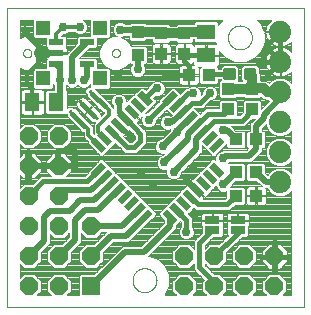
<source format=gtl>
G75*
%MOIN*%
%OFA0B0*%
%FSLAX25Y25*%
%IPPOS*%
%LPD*%
%AMOC8*
5,1,8,0,0,1.08239X$1,22.5*
%
%ADD10C,0.00000*%
%ADD11R,0.04331X0.03937*%
%ADD12R,0.03937X0.04331*%
%ADD13R,0.06299X0.05118*%
%ADD14R,0.05118X0.06299*%
%ADD15R,0.04724X0.02165*%
%ADD16C,0.07400*%
%ADD17R,0.03937X0.03937*%
%ADD18C,0.01772*%
%ADD19C,0.01000*%
%ADD20R,0.05000X0.02500*%
%ADD21OC8,0.06000*%
%ADD22R,0.05000X0.02200*%
%ADD23R,0.02200X0.05000*%
%ADD24C,0.01181*%
%ADD25R,0.04756X0.04756*%
%ADD26R,0.06000X0.06000*%
%ADD27C,0.00400*%
%ADD28C,0.02978*%
%ADD29C,0.01600*%
%ADD30C,0.02000*%
%ADD31C,0.01200*%
%ADD32C,0.03200*%
D10*
X0007600Y0007600D02*
X0007600Y0107561D01*
X0106301Y0107561D01*
X0106301Y0007600D01*
X0007600Y0007600D01*
X0049300Y0016700D02*
X0049302Y0016826D01*
X0049308Y0016952D01*
X0049318Y0017078D01*
X0049332Y0017204D01*
X0049350Y0017329D01*
X0049372Y0017453D01*
X0049397Y0017577D01*
X0049427Y0017700D01*
X0049460Y0017821D01*
X0049498Y0017942D01*
X0049539Y0018061D01*
X0049584Y0018180D01*
X0049632Y0018296D01*
X0049684Y0018411D01*
X0049740Y0018524D01*
X0049800Y0018636D01*
X0049863Y0018745D01*
X0049929Y0018853D01*
X0049998Y0018958D01*
X0050071Y0019061D01*
X0050148Y0019162D01*
X0050227Y0019260D01*
X0050309Y0019356D01*
X0050395Y0019449D01*
X0050483Y0019540D01*
X0050574Y0019627D01*
X0050668Y0019712D01*
X0050764Y0019793D01*
X0050863Y0019872D01*
X0050964Y0019947D01*
X0051068Y0020019D01*
X0051174Y0020088D01*
X0051282Y0020154D01*
X0051392Y0020216D01*
X0051504Y0020274D01*
X0051617Y0020329D01*
X0051733Y0020380D01*
X0051850Y0020428D01*
X0051968Y0020472D01*
X0052088Y0020512D01*
X0052209Y0020548D01*
X0052331Y0020581D01*
X0052454Y0020610D01*
X0052578Y0020634D01*
X0052702Y0020655D01*
X0052827Y0020672D01*
X0052953Y0020685D01*
X0053079Y0020694D01*
X0053205Y0020699D01*
X0053332Y0020700D01*
X0053458Y0020697D01*
X0053584Y0020690D01*
X0053710Y0020679D01*
X0053835Y0020664D01*
X0053960Y0020645D01*
X0054084Y0020622D01*
X0054208Y0020596D01*
X0054330Y0020565D01*
X0054452Y0020531D01*
X0054572Y0020492D01*
X0054691Y0020450D01*
X0054809Y0020405D01*
X0054925Y0020355D01*
X0055040Y0020302D01*
X0055152Y0020245D01*
X0055263Y0020185D01*
X0055372Y0020121D01*
X0055479Y0020054D01*
X0055584Y0019984D01*
X0055687Y0019910D01*
X0055787Y0019833D01*
X0055885Y0019753D01*
X0055980Y0019670D01*
X0056072Y0019584D01*
X0056162Y0019495D01*
X0056249Y0019403D01*
X0056332Y0019309D01*
X0056413Y0019212D01*
X0056491Y0019112D01*
X0056566Y0019010D01*
X0056637Y0018906D01*
X0056705Y0018799D01*
X0056769Y0018691D01*
X0056830Y0018580D01*
X0056888Y0018468D01*
X0056942Y0018354D01*
X0056992Y0018238D01*
X0057039Y0018121D01*
X0057082Y0018002D01*
X0057121Y0017882D01*
X0057157Y0017761D01*
X0057188Y0017638D01*
X0057216Y0017515D01*
X0057240Y0017391D01*
X0057260Y0017266D01*
X0057276Y0017141D01*
X0057288Y0017015D01*
X0057296Y0016889D01*
X0057300Y0016763D01*
X0057300Y0016637D01*
X0057296Y0016511D01*
X0057288Y0016385D01*
X0057276Y0016259D01*
X0057260Y0016134D01*
X0057240Y0016009D01*
X0057216Y0015885D01*
X0057188Y0015762D01*
X0057157Y0015639D01*
X0057121Y0015518D01*
X0057082Y0015398D01*
X0057039Y0015279D01*
X0056992Y0015162D01*
X0056942Y0015046D01*
X0056888Y0014932D01*
X0056830Y0014820D01*
X0056769Y0014709D01*
X0056705Y0014601D01*
X0056637Y0014494D01*
X0056566Y0014390D01*
X0056491Y0014288D01*
X0056413Y0014188D01*
X0056332Y0014091D01*
X0056249Y0013997D01*
X0056162Y0013905D01*
X0056072Y0013816D01*
X0055980Y0013730D01*
X0055885Y0013647D01*
X0055787Y0013567D01*
X0055687Y0013490D01*
X0055584Y0013416D01*
X0055479Y0013346D01*
X0055372Y0013279D01*
X0055263Y0013215D01*
X0055152Y0013155D01*
X0055040Y0013098D01*
X0054925Y0013045D01*
X0054809Y0012995D01*
X0054691Y0012950D01*
X0054572Y0012908D01*
X0054452Y0012869D01*
X0054330Y0012835D01*
X0054208Y0012804D01*
X0054084Y0012778D01*
X0053960Y0012755D01*
X0053835Y0012736D01*
X0053710Y0012721D01*
X0053584Y0012710D01*
X0053458Y0012703D01*
X0053332Y0012700D01*
X0053205Y0012701D01*
X0053079Y0012706D01*
X0052953Y0012715D01*
X0052827Y0012728D01*
X0052702Y0012745D01*
X0052578Y0012766D01*
X0052454Y0012790D01*
X0052331Y0012819D01*
X0052209Y0012852D01*
X0052088Y0012888D01*
X0051968Y0012928D01*
X0051850Y0012972D01*
X0051733Y0013020D01*
X0051617Y0013071D01*
X0051504Y0013126D01*
X0051392Y0013184D01*
X0051282Y0013246D01*
X0051174Y0013312D01*
X0051068Y0013381D01*
X0050964Y0013453D01*
X0050863Y0013528D01*
X0050764Y0013607D01*
X0050668Y0013688D01*
X0050574Y0013773D01*
X0050483Y0013860D01*
X0050395Y0013951D01*
X0050309Y0014044D01*
X0050227Y0014140D01*
X0050148Y0014238D01*
X0050071Y0014339D01*
X0049998Y0014442D01*
X0049929Y0014547D01*
X0049863Y0014655D01*
X0049800Y0014764D01*
X0049740Y0014876D01*
X0049684Y0014989D01*
X0049632Y0015104D01*
X0049584Y0015220D01*
X0049539Y0015339D01*
X0049498Y0015458D01*
X0049460Y0015579D01*
X0049427Y0015700D01*
X0049397Y0015823D01*
X0049372Y0015947D01*
X0049350Y0016071D01*
X0049332Y0016196D01*
X0049318Y0016322D01*
X0049308Y0016448D01*
X0049302Y0016574D01*
X0049300Y0016700D01*
X0042386Y0092400D02*
X0042388Y0092474D01*
X0042394Y0092548D01*
X0042404Y0092621D01*
X0042418Y0092694D01*
X0042435Y0092766D01*
X0042457Y0092836D01*
X0042482Y0092906D01*
X0042511Y0092974D01*
X0042544Y0093040D01*
X0042580Y0093105D01*
X0042620Y0093167D01*
X0042662Y0093228D01*
X0042708Y0093286D01*
X0042757Y0093341D01*
X0042809Y0093394D01*
X0042864Y0093444D01*
X0042921Y0093490D01*
X0042981Y0093534D01*
X0043043Y0093574D01*
X0043107Y0093611D01*
X0043173Y0093645D01*
X0043241Y0093675D01*
X0043310Y0093701D01*
X0043381Y0093724D01*
X0043452Y0093742D01*
X0043525Y0093757D01*
X0043598Y0093768D01*
X0043672Y0093775D01*
X0043746Y0093778D01*
X0043819Y0093777D01*
X0043893Y0093772D01*
X0043967Y0093763D01*
X0044040Y0093750D01*
X0044112Y0093733D01*
X0044183Y0093713D01*
X0044253Y0093688D01*
X0044321Y0093660D01*
X0044388Y0093629D01*
X0044453Y0093593D01*
X0044516Y0093555D01*
X0044577Y0093513D01*
X0044636Y0093467D01*
X0044692Y0093419D01*
X0044745Y0093368D01*
X0044795Y0093314D01*
X0044843Y0093257D01*
X0044887Y0093198D01*
X0044929Y0093136D01*
X0044967Y0093073D01*
X0045001Y0093007D01*
X0045032Y0092940D01*
X0045059Y0092871D01*
X0045082Y0092801D01*
X0045102Y0092730D01*
X0045118Y0092657D01*
X0045130Y0092584D01*
X0045138Y0092511D01*
X0045142Y0092437D01*
X0045142Y0092363D01*
X0045138Y0092289D01*
X0045130Y0092216D01*
X0045118Y0092143D01*
X0045102Y0092070D01*
X0045082Y0091999D01*
X0045059Y0091929D01*
X0045032Y0091860D01*
X0045001Y0091793D01*
X0044967Y0091727D01*
X0044929Y0091664D01*
X0044887Y0091602D01*
X0044843Y0091543D01*
X0044795Y0091486D01*
X0044745Y0091432D01*
X0044692Y0091381D01*
X0044636Y0091333D01*
X0044577Y0091287D01*
X0044516Y0091245D01*
X0044453Y0091207D01*
X0044388Y0091171D01*
X0044321Y0091140D01*
X0044253Y0091112D01*
X0044183Y0091087D01*
X0044112Y0091067D01*
X0044040Y0091050D01*
X0043967Y0091037D01*
X0043893Y0091028D01*
X0043819Y0091023D01*
X0043746Y0091022D01*
X0043672Y0091025D01*
X0043598Y0091032D01*
X0043525Y0091043D01*
X0043452Y0091058D01*
X0043381Y0091076D01*
X0043310Y0091099D01*
X0043241Y0091125D01*
X0043173Y0091155D01*
X0043107Y0091189D01*
X0043043Y0091226D01*
X0042981Y0091266D01*
X0042921Y0091310D01*
X0042864Y0091356D01*
X0042809Y0091406D01*
X0042757Y0091459D01*
X0042708Y0091514D01*
X0042662Y0091572D01*
X0042620Y0091633D01*
X0042580Y0091695D01*
X0042544Y0091760D01*
X0042511Y0091826D01*
X0042482Y0091894D01*
X0042457Y0091964D01*
X0042435Y0092034D01*
X0042418Y0092106D01*
X0042404Y0092179D01*
X0042394Y0092252D01*
X0042388Y0092326D01*
X0042386Y0092400D01*
X0012858Y0092400D02*
X0012860Y0092474D01*
X0012866Y0092548D01*
X0012876Y0092621D01*
X0012890Y0092694D01*
X0012907Y0092766D01*
X0012929Y0092836D01*
X0012954Y0092906D01*
X0012983Y0092974D01*
X0013016Y0093040D01*
X0013052Y0093105D01*
X0013092Y0093167D01*
X0013134Y0093228D01*
X0013180Y0093286D01*
X0013229Y0093341D01*
X0013281Y0093394D01*
X0013336Y0093444D01*
X0013393Y0093490D01*
X0013453Y0093534D01*
X0013515Y0093574D01*
X0013579Y0093611D01*
X0013645Y0093645D01*
X0013713Y0093675D01*
X0013782Y0093701D01*
X0013853Y0093724D01*
X0013924Y0093742D01*
X0013997Y0093757D01*
X0014070Y0093768D01*
X0014144Y0093775D01*
X0014218Y0093778D01*
X0014291Y0093777D01*
X0014365Y0093772D01*
X0014439Y0093763D01*
X0014512Y0093750D01*
X0014584Y0093733D01*
X0014655Y0093713D01*
X0014725Y0093688D01*
X0014793Y0093660D01*
X0014860Y0093629D01*
X0014925Y0093593D01*
X0014988Y0093555D01*
X0015049Y0093513D01*
X0015108Y0093467D01*
X0015164Y0093419D01*
X0015217Y0093368D01*
X0015267Y0093314D01*
X0015315Y0093257D01*
X0015359Y0093198D01*
X0015401Y0093136D01*
X0015439Y0093073D01*
X0015473Y0093007D01*
X0015504Y0092940D01*
X0015531Y0092871D01*
X0015554Y0092801D01*
X0015574Y0092730D01*
X0015590Y0092657D01*
X0015602Y0092584D01*
X0015610Y0092511D01*
X0015614Y0092437D01*
X0015614Y0092363D01*
X0015610Y0092289D01*
X0015602Y0092216D01*
X0015590Y0092143D01*
X0015574Y0092070D01*
X0015554Y0091999D01*
X0015531Y0091929D01*
X0015504Y0091860D01*
X0015473Y0091793D01*
X0015439Y0091727D01*
X0015401Y0091664D01*
X0015359Y0091602D01*
X0015315Y0091543D01*
X0015267Y0091486D01*
X0015217Y0091432D01*
X0015164Y0091381D01*
X0015108Y0091333D01*
X0015049Y0091287D01*
X0014988Y0091245D01*
X0014925Y0091207D01*
X0014860Y0091171D01*
X0014793Y0091140D01*
X0014725Y0091112D01*
X0014655Y0091087D01*
X0014584Y0091067D01*
X0014512Y0091050D01*
X0014439Y0091037D01*
X0014365Y0091028D01*
X0014291Y0091023D01*
X0014218Y0091022D01*
X0014144Y0091025D01*
X0014070Y0091032D01*
X0013997Y0091043D01*
X0013924Y0091058D01*
X0013853Y0091076D01*
X0013782Y0091099D01*
X0013713Y0091125D01*
X0013645Y0091155D01*
X0013579Y0091189D01*
X0013515Y0091226D01*
X0013453Y0091266D01*
X0013393Y0091310D01*
X0013336Y0091356D01*
X0013281Y0091406D01*
X0013229Y0091459D01*
X0013180Y0091514D01*
X0013134Y0091572D01*
X0013092Y0091633D01*
X0013052Y0091695D01*
X0013016Y0091760D01*
X0012983Y0091826D01*
X0012954Y0091894D01*
X0012929Y0091964D01*
X0012907Y0092034D01*
X0012890Y0092106D01*
X0012876Y0092179D01*
X0012866Y0092252D01*
X0012860Y0092326D01*
X0012858Y0092400D01*
X0081100Y0097600D02*
X0081102Y0097726D01*
X0081108Y0097852D01*
X0081118Y0097978D01*
X0081132Y0098104D01*
X0081150Y0098229D01*
X0081172Y0098353D01*
X0081197Y0098477D01*
X0081227Y0098600D01*
X0081260Y0098721D01*
X0081298Y0098842D01*
X0081339Y0098961D01*
X0081384Y0099080D01*
X0081432Y0099196D01*
X0081484Y0099311D01*
X0081540Y0099424D01*
X0081600Y0099536D01*
X0081663Y0099645D01*
X0081729Y0099753D01*
X0081798Y0099858D01*
X0081871Y0099961D01*
X0081948Y0100062D01*
X0082027Y0100160D01*
X0082109Y0100256D01*
X0082195Y0100349D01*
X0082283Y0100440D01*
X0082374Y0100527D01*
X0082468Y0100612D01*
X0082564Y0100693D01*
X0082663Y0100772D01*
X0082764Y0100847D01*
X0082868Y0100919D01*
X0082974Y0100988D01*
X0083082Y0101054D01*
X0083192Y0101116D01*
X0083304Y0101174D01*
X0083417Y0101229D01*
X0083533Y0101280D01*
X0083650Y0101328D01*
X0083768Y0101372D01*
X0083888Y0101412D01*
X0084009Y0101448D01*
X0084131Y0101481D01*
X0084254Y0101510D01*
X0084378Y0101534D01*
X0084502Y0101555D01*
X0084627Y0101572D01*
X0084753Y0101585D01*
X0084879Y0101594D01*
X0085005Y0101599D01*
X0085132Y0101600D01*
X0085258Y0101597D01*
X0085384Y0101590D01*
X0085510Y0101579D01*
X0085635Y0101564D01*
X0085760Y0101545D01*
X0085884Y0101522D01*
X0086008Y0101496D01*
X0086130Y0101465D01*
X0086252Y0101431D01*
X0086372Y0101392D01*
X0086491Y0101350D01*
X0086609Y0101305D01*
X0086725Y0101255D01*
X0086840Y0101202D01*
X0086952Y0101145D01*
X0087063Y0101085D01*
X0087172Y0101021D01*
X0087279Y0100954D01*
X0087384Y0100884D01*
X0087487Y0100810D01*
X0087587Y0100733D01*
X0087685Y0100653D01*
X0087780Y0100570D01*
X0087872Y0100484D01*
X0087962Y0100395D01*
X0088049Y0100303D01*
X0088132Y0100209D01*
X0088213Y0100112D01*
X0088291Y0100012D01*
X0088366Y0099910D01*
X0088437Y0099806D01*
X0088505Y0099699D01*
X0088569Y0099591D01*
X0088630Y0099480D01*
X0088688Y0099368D01*
X0088742Y0099254D01*
X0088792Y0099138D01*
X0088839Y0099021D01*
X0088882Y0098902D01*
X0088921Y0098782D01*
X0088957Y0098661D01*
X0088988Y0098538D01*
X0089016Y0098415D01*
X0089040Y0098291D01*
X0089060Y0098166D01*
X0089076Y0098041D01*
X0089088Y0097915D01*
X0089096Y0097789D01*
X0089100Y0097663D01*
X0089100Y0097537D01*
X0089096Y0097411D01*
X0089088Y0097285D01*
X0089076Y0097159D01*
X0089060Y0097034D01*
X0089040Y0096909D01*
X0089016Y0096785D01*
X0088988Y0096662D01*
X0088957Y0096539D01*
X0088921Y0096418D01*
X0088882Y0096298D01*
X0088839Y0096179D01*
X0088792Y0096062D01*
X0088742Y0095946D01*
X0088688Y0095832D01*
X0088630Y0095720D01*
X0088569Y0095609D01*
X0088505Y0095501D01*
X0088437Y0095394D01*
X0088366Y0095290D01*
X0088291Y0095188D01*
X0088213Y0095088D01*
X0088132Y0094991D01*
X0088049Y0094897D01*
X0087962Y0094805D01*
X0087872Y0094716D01*
X0087780Y0094630D01*
X0087685Y0094547D01*
X0087587Y0094467D01*
X0087487Y0094390D01*
X0087384Y0094316D01*
X0087279Y0094246D01*
X0087172Y0094179D01*
X0087063Y0094115D01*
X0086952Y0094055D01*
X0086840Y0093998D01*
X0086725Y0093945D01*
X0086609Y0093895D01*
X0086491Y0093850D01*
X0086372Y0093808D01*
X0086252Y0093769D01*
X0086130Y0093735D01*
X0086008Y0093704D01*
X0085884Y0093678D01*
X0085760Y0093655D01*
X0085635Y0093636D01*
X0085510Y0093621D01*
X0085384Y0093610D01*
X0085258Y0093603D01*
X0085132Y0093600D01*
X0085005Y0093601D01*
X0084879Y0093606D01*
X0084753Y0093615D01*
X0084627Y0093628D01*
X0084502Y0093645D01*
X0084378Y0093666D01*
X0084254Y0093690D01*
X0084131Y0093719D01*
X0084009Y0093752D01*
X0083888Y0093788D01*
X0083768Y0093828D01*
X0083650Y0093872D01*
X0083533Y0093920D01*
X0083417Y0093971D01*
X0083304Y0094026D01*
X0083192Y0094084D01*
X0083082Y0094146D01*
X0082974Y0094212D01*
X0082868Y0094281D01*
X0082764Y0094353D01*
X0082663Y0094428D01*
X0082564Y0094507D01*
X0082468Y0094588D01*
X0082374Y0094673D01*
X0082283Y0094760D01*
X0082195Y0094851D01*
X0082109Y0094944D01*
X0082027Y0095040D01*
X0081948Y0095138D01*
X0081871Y0095239D01*
X0081798Y0095342D01*
X0081729Y0095447D01*
X0081663Y0095555D01*
X0081600Y0095664D01*
X0081540Y0095776D01*
X0081484Y0095889D01*
X0081432Y0096004D01*
X0081384Y0096120D01*
X0081339Y0096239D01*
X0081298Y0096358D01*
X0081260Y0096479D01*
X0081227Y0096600D01*
X0081197Y0096723D01*
X0081172Y0096847D01*
X0081150Y0096971D01*
X0081132Y0097096D01*
X0081118Y0097222D01*
X0081108Y0097348D01*
X0081102Y0097474D01*
X0081100Y0097600D01*
D11*
X0074746Y0085100D03*
X0068054Y0085100D03*
X0083754Y0063600D03*
X0090446Y0063600D03*
X0090446Y0052700D03*
X0083754Y0052700D03*
X0083754Y0044800D03*
X0090446Y0044800D03*
D12*
X0089200Y0073754D03*
X0089200Y0080446D03*
X0081200Y0080446D03*
X0081200Y0073754D03*
X0066600Y0092254D03*
X0066600Y0098946D03*
X0058800Y0098946D03*
X0058800Y0092254D03*
D13*
X0073800Y0091663D03*
X0073800Y0099537D03*
D14*
X0023837Y0076100D03*
X0015963Y0076100D03*
D15*
X0023881Y0088660D03*
X0023881Y0092400D03*
X0023881Y0096140D03*
X0034119Y0096140D03*
X0034119Y0088660D03*
D16*
X0098500Y0089500D03*
X0098500Y0079500D03*
X0098500Y0069500D03*
X0098500Y0059500D03*
X0098500Y0049500D03*
X0098500Y0099500D03*
D17*
X0051100Y0099537D03*
X0051100Y0091663D03*
D18*
X0035916Y0078866D02*
X0039966Y0074816D01*
X0036625Y0071475D02*
X0032575Y0075525D01*
X0029234Y0072184D02*
X0033284Y0068134D01*
D19*
X0034088Y0067331D02*
X0031259Y0070159D01*
X0028431Y0072988D01*
X0031772Y0076328D02*
X0034600Y0073500D01*
X0037428Y0070672D01*
X0040769Y0074012D02*
X0037941Y0076841D01*
X0035112Y0079669D01*
D20*
X0075900Y0036722D03*
X0075900Y0033478D03*
X0084400Y0033478D03*
X0084400Y0036722D03*
D21*
X0086600Y0024700D03*
X0086600Y0014700D03*
X0076600Y0014700D03*
X0076600Y0024700D03*
X0066600Y0024700D03*
X0066600Y0014700D03*
X0096600Y0014700D03*
X0096600Y0024700D03*
X0035400Y0024800D03*
X0035400Y0034800D03*
X0024700Y0034800D03*
X0024700Y0024800D03*
X0024700Y0014800D03*
X0014700Y0014800D03*
X0014700Y0024800D03*
X0014700Y0034800D03*
X0014700Y0044800D03*
X0014700Y0054800D03*
X0014700Y0064800D03*
X0024700Y0064800D03*
X0024700Y0054800D03*
X0024700Y0044800D03*
D22*
G36*
X0038844Y0059210D02*
X0035310Y0062744D01*
X0036866Y0064300D01*
X0040400Y0060766D01*
X0038844Y0059210D01*
G37*
G36*
X0041071Y0061437D02*
X0037537Y0064971D01*
X0039093Y0066527D01*
X0042627Y0062993D01*
X0041071Y0061437D01*
G37*
G36*
X0043298Y0063664D02*
X0039764Y0067198D01*
X0041320Y0068754D01*
X0044854Y0065220D01*
X0043298Y0063664D01*
G37*
G36*
X0045525Y0065892D02*
X0041991Y0069426D01*
X0043547Y0070982D01*
X0047081Y0067448D01*
X0045525Y0065892D01*
G37*
G36*
X0047752Y0068119D02*
X0044218Y0071653D01*
X0045774Y0073209D01*
X0049308Y0069675D01*
X0047752Y0068119D01*
G37*
G36*
X0049980Y0070346D02*
X0046446Y0073880D01*
X0048002Y0075436D01*
X0051536Y0071902D01*
X0049980Y0070346D01*
G37*
G36*
X0052207Y0072573D02*
X0048673Y0076107D01*
X0050229Y0077663D01*
X0053763Y0074129D01*
X0052207Y0072573D01*
G37*
G36*
X0054434Y0074800D02*
X0050900Y0078334D01*
X0052456Y0079890D01*
X0055990Y0076356D01*
X0054434Y0074800D01*
G37*
G36*
X0078334Y0050900D02*
X0074800Y0054434D01*
X0076356Y0055990D01*
X0079890Y0052456D01*
X0078334Y0050900D01*
G37*
G36*
X0076107Y0048673D02*
X0072573Y0052207D01*
X0074129Y0053763D01*
X0077663Y0050229D01*
X0076107Y0048673D01*
G37*
G36*
X0073880Y0046446D02*
X0070346Y0049980D01*
X0071902Y0051536D01*
X0075436Y0048002D01*
X0073880Y0046446D01*
G37*
G36*
X0071653Y0044218D02*
X0068119Y0047752D01*
X0069675Y0049308D01*
X0073209Y0045774D01*
X0071653Y0044218D01*
G37*
G36*
X0069426Y0041991D02*
X0065892Y0045525D01*
X0067448Y0047081D01*
X0070982Y0043547D01*
X0069426Y0041991D01*
G37*
G36*
X0067198Y0039764D02*
X0063664Y0043298D01*
X0065220Y0044854D01*
X0068754Y0041320D01*
X0067198Y0039764D01*
G37*
G36*
X0064971Y0037537D02*
X0061437Y0041071D01*
X0062993Y0042627D01*
X0066527Y0039093D01*
X0064971Y0037537D01*
G37*
G36*
X0062744Y0035310D02*
X0059210Y0038844D01*
X0060766Y0040400D01*
X0064300Y0036866D01*
X0062744Y0035310D01*
G37*
D23*
G36*
X0052456Y0035310D02*
X0050900Y0036866D01*
X0054434Y0040400D01*
X0055990Y0038844D01*
X0052456Y0035310D01*
G37*
G36*
X0050229Y0037537D02*
X0048673Y0039093D01*
X0052207Y0042627D01*
X0053763Y0041071D01*
X0050229Y0037537D01*
G37*
G36*
X0048002Y0039764D02*
X0046446Y0041320D01*
X0049980Y0044854D01*
X0051536Y0043298D01*
X0048002Y0039764D01*
G37*
G36*
X0045774Y0041991D02*
X0044218Y0043547D01*
X0047752Y0047081D01*
X0049308Y0045525D01*
X0045774Y0041991D01*
G37*
G36*
X0043547Y0044218D02*
X0041991Y0045774D01*
X0045525Y0049308D01*
X0047081Y0047752D01*
X0043547Y0044218D01*
G37*
G36*
X0041320Y0046446D02*
X0039764Y0048002D01*
X0043298Y0051536D01*
X0044854Y0049980D01*
X0041320Y0046446D01*
G37*
G36*
X0039093Y0048673D02*
X0037537Y0050229D01*
X0041071Y0053763D01*
X0042627Y0052207D01*
X0039093Y0048673D01*
G37*
G36*
X0036866Y0050900D02*
X0035310Y0052456D01*
X0038844Y0055990D01*
X0040400Y0054434D01*
X0036866Y0050900D01*
G37*
G36*
X0060766Y0074800D02*
X0059210Y0076356D01*
X0062744Y0079890D01*
X0064300Y0078334D01*
X0060766Y0074800D01*
G37*
G36*
X0062993Y0072573D02*
X0061437Y0074129D01*
X0064971Y0077663D01*
X0066527Y0076107D01*
X0062993Y0072573D01*
G37*
G36*
X0065220Y0070346D02*
X0063664Y0071902D01*
X0067198Y0075436D01*
X0068754Y0073880D01*
X0065220Y0070346D01*
G37*
G36*
X0067448Y0068119D02*
X0065892Y0069675D01*
X0069426Y0073209D01*
X0070982Y0071653D01*
X0067448Y0068119D01*
G37*
G36*
X0069675Y0065892D02*
X0068119Y0067448D01*
X0071653Y0070982D01*
X0073209Y0069426D01*
X0069675Y0065892D01*
G37*
G36*
X0071902Y0063664D02*
X0070346Y0065220D01*
X0073880Y0068754D01*
X0075436Y0067198D01*
X0071902Y0063664D01*
G37*
G36*
X0074129Y0061437D02*
X0072573Y0062993D01*
X0076107Y0066527D01*
X0077663Y0064971D01*
X0074129Y0061437D01*
G37*
G36*
X0076356Y0059210D02*
X0074800Y0060766D01*
X0078334Y0064300D01*
X0079890Y0062744D01*
X0076356Y0059210D01*
G37*
D24*
X0083025Y0084022D02*
X0083025Y0086778D01*
X0083025Y0084022D02*
X0080269Y0084022D01*
X0080269Y0086778D01*
X0083025Y0086778D01*
X0083025Y0085202D02*
X0080269Y0085202D01*
X0080269Y0086382D02*
X0083025Y0086382D01*
X0089931Y0086778D02*
X0089931Y0084022D01*
X0087175Y0084022D01*
X0087175Y0086778D01*
X0089931Y0086778D01*
X0089931Y0085202D02*
X0087175Y0085202D01*
X0087175Y0086382D02*
X0089931Y0086382D01*
D25*
X0038449Y0083935D03*
X0038449Y0100865D03*
X0019551Y0100865D03*
X0019551Y0083935D03*
D26*
X0035400Y0014800D03*
D27*
X0031400Y0014773D02*
X0028700Y0014773D01*
X0028700Y0014375D02*
X0031400Y0014375D01*
X0031400Y0013976D02*
X0028700Y0013976D01*
X0028700Y0013578D02*
X0031400Y0013578D01*
X0031400Y0013179D02*
X0028700Y0013179D01*
X0028700Y0013143D02*
X0028700Y0016457D01*
X0026357Y0018800D01*
X0023043Y0018800D01*
X0020700Y0016457D01*
X0020700Y0013143D01*
X0022043Y0011800D01*
X0017357Y0011800D01*
X0018700Y0013143D01*
X0018700Y0016457D01*
X0016357Y0018800D01*
X0013043Y0018800D01*
X0011800Y0017557D01*
X0011800Y0022043D01*
X0013043Y0020800D01*
X0016357Y0020800D01*
X0018700Y0023143D01*
X0018700Y0025972D01*
X0020528Y0027800D01*
X0020528Y0027800D01*
X0021700Y0028972D01*
X0021700Y0032143D01*
X0023043Y0030800D01*
X0026357Y0030800D01*
X0028100Y0032543D01*
X0028100Y0031028D01*
X0025872Y0028800D01*
X0023043Y0028800D01*
X0020700Y0026457D01*
X0020700Y0023143D01*
X0023043Y0020800D01*
X0026357Y0020800D01*
X0028700Y0023143D01*
X0028700Y0025972D01*
X0030928Y0028200D01*
X0030928Y0028200D01*
X0032100Y0029372D01*
X0032100Y0032443D01*
X0033743Y0030800D01*
X0037057Y0030800D01*
X0039057Y0032800D01*
X0040572Y0032800D01*
X0040100Y0032328D01*
X0036572Y0028800D01*
X0033743Y0028800D01*
X0031400Y0026457D01*
X0031400Y0023143D01*
X0033743Y0020800D01*
X0037057Y0020800D01*
X0039400Y0023143D01*
X0039400Y0025972D01*
X0042928Y0029500D01*
X0047918Y0029500D01*
X0049090Y0030672D01*
X0052728Y0034309D01*
X0052869Y0034309D01*
X0056990Y0038431D01*
X0056990Y0039259D01*
X0054849Y0041401D01*
X0054763Y0041401D01*
X0054763Y0041486D01*
X0052622Y0043628D01*
X0052536Y0043628D01*
X0052536Y0043713D01*
X0050395Y0045855D01*
X0050309Y0045855D01*
X0050309Y0045940D01*
X0048168Y0048082D01*
X0048082Y0048082D01*
X0048082Y0048168D01*
X0045940Y0050309D01*
X0045855Y0050309D01*
X0045855Y0050395D01*
X0043713Y0052536D01*
X0043628Y0052536D01*
X0043628Y0052622D01*
X0041486Y0054763D01*
X0041401Y0054763D01*
X0041401Y0054849D01*
X0039259Y0056990D01*
X0038431Y0056990D01*
X0034309Y0052869D01*
X0034309Y0052445D01*
X0033265Y0051400D01*
X0027240Y0051400D01*
X0028900Y0053060D01*
X0028900Y0054600D01*
X0024900Y0054600D01*
X0024900Y0055000D01*
X0024500Y0055000D01*
X0024500Y0059000D01*
X0022960Y0059000D01*
X0020500Y0056540D01*
X0020500Y0055000D01*
X0024500Y0055000D01*
X0024500Y0054600D01*
X0020500Y0054600D01*
X0020500Y0053060D01*
X0022160Y0051400D01*
X0018754Y0051400D01*
X0017700Y0050346D01*
X0016154Y0048800D01*
X0013043Y0048800D01*
X0011800Y0047557D01*
X0011800Y0051760D01*
X0012960Y0050600D01*
X0014500Y0050600D01*
X0014500Y0054600D01*
X0014900Y0054600D01*
X0014900Y0055000D01*
X0014500Y0055000D01*
X0014500Y0059000D01*
X0012960Y0059000D01*
X0011800Y0057840D01*
X0011800Y0062043D01*
X0013043Y0060800D01*
X0016357Y0060800D01*
X0018700Y0063143D01*
X0018700Y0066457D01*
X0016357Y0068800D01*
X0013043Y0068800D01*
X0011800Y0067557D01*
X0011800Y0087372D01*
X0013127Y0086822D01*
X0015346Y0086822D01*
X0017396Y0087671D01*
X0018965Y0089240D01*
X0019814Y0091290D01*
X0019814Y0093510D01*
X0018965Y0095560D01*
X0017396Y0097129D01*
X0015346Y0097978D01*
X0013127Y0097978D01*
X0011800Y0097428D01*
X0011800Y0103361D01*
X0016173Y0103361D01*
X0016173Y0098072D01*
X0016759Y0097487D01*
X0020519Y0097487D01*
X0020519Y0094643D01*
X0020751Y0094411D01*
X0020559Y0094219D01*
X0020401Y0093946D01*
X0020319Y0093641D01*
X0020319Y0092600D01*
X0023681Y0092600D01*
X0023681Y0092200D01*
X0020319Y0092200D01*
X0020319Y0091159D01*
X0020401Y0090854D01*
X0020559Y0090580D01*
X0020751Y0090388D01*
X0020519Y0090157D01*
X0020519Y0087313D01*
X0016759Y0087313D01*
X0016173Y0086728D01*
X0016173Y0081143D01*
X0016759Y0080557D01*
X0022343Y0080557D01*
X0022929Y0081143D01*
X0022929Y0081951D01*
X0023000Y0081880D01*
X0023000Y0080250D01*
X0020864Y0080250D01*
X0020278Y0079664D01*
X0020278Y0072536D01*
X0020864Y0071950D01*
X0026810Y0071950D01*
X0027079Y0072219D01*
X0027348Y0071949D01*
X0027348Y0071403D01*
X0032503Y0066248D01*
X0033000Y0066248D01*
X0033000Y0064347D01*
X0033937Y0063410D01*
X0034309Y0063038D01*
X0034309Y0062331D01*
X0038431Y0058210D01*
X0039259Y0058210D01*
X0041401Y0060351D01*
X0041401Y0060437D01*
X0041486Y0060437D01*
X0043511Y0062462D01*
X0045719Y0060254D01*
X0046773Y0059200D01*
X0050614Y0059200D01*
X0051668Y0060254D01*
X0053689Y0062275D01*
X0053689Y0066325D01*
X0051879Y0068135D01*
X0050825Y0069189D01*
X0050784Y0069189D01*
X0050635Y0069338D01*
X0050717Y0069385D01*
X0051465Y0070133D01*
X0048991Y0072608D01*
X0049273Y0072891D01*
X0051748Y0070416D01*
X0052341Y0071008D01*
X0052211Y0070695D01*
X0052211Y0069705D01*
X0052590Y0068790D01*
X0053290Y0068090D01*
X0054205Y0067711D01*
X0055195Y0067711D01*
X0056110Y0068090D01*
X0056810Y0068790D01*
X0057189Y0069705D01*
X0057189Y0070233D01*
X0060553Y0073597D01*
X0062320Y0071830D01*
X0062050Y0071559D01*
X0061495Y0071789D01*
X0060505Y0071789D01*
X0059590Y0071410D01*
X0058890Y0070710D01*
X0058511Y0069795D01*
X0058511Y0068805D01*
X0058890Y0067890D01*
X0059590Y0067190D01*
X0060505Y0066811D01*
X0061495Y0066811D01*
X0061864Y0066964D01*
X0061711Y0066595D01*
X0061711Y0066539D01*
X0058961Y0063789D01*
X0058805Y0063789D01*
X0057890Y0063410D01*
X0057190Y0062710D01*
X0056811Y0061795D01*
X0056811Y0060805D01*
X0057190Y0059890D01*
X0057890Y0059190D01*
X0058805Y0058811D01*
X0059795Y0058811D01*
X0059945Y0058873D01*
X0059561Y0058489D01*
X0059405Y0058489D01*
X0058490Y0058110D01*
X0057790Y0057410D01*
X0057411Y0056495D01*
X0057411Y0055505D01*
X0057790Y0054590D01*
X0058490Y0053890D01*
X0059405Y0053511D01*
X0060395Y0053511D01*
X0060643Y0053614D01*
X0060511Y0053295D01*
X0060511Y0052305D01*
X0060890Y0051390D01*
X0061590Y0050690D01*
X0062505Y0050311D01*
X0063495Y0050311D01*
X0064410Y0050690D01*
X0065110Y0051390D01*
X0065489Y0052305D01*
X0065489Y0052561D01*
X0072500Y0059572D01*
X0072500Y0061650D01*
X0073714Y0060437D01*
X0073799Y0060437D01*
X0073799Y0060351D01*
X0075941Y0058210D01*
X0076769Y0058210D01*
X0080588Y0062029D01*
X0080588Y0061217D01*
X0081174Y0060631D01*
X0086333Y0060631D01*
X0086919Y0061217D01*
X0086919Y0065983D01*
X0086333Y0066568D01*
X0083613Y0066568D01*
X0082654Y0067528D01*
X0082182Y0068000D01*
X0086446Y0068000D01*
X0089034Y0070588D01*
X0090060Y0070588D01*
X0088446Y0068975D01*
X0088446Y0066568D01*
X0087867Y0066568D01*
X0087281Y0065983D01*
X0087281Y0061217D01*
X0087835Y0060663D01*
X0087272Y0060100D01*
X0079372Y0060100D01*
X0079061Y0059789D01*
X0078905Y0059789D01*
X0077990Y0059410D01*
X0077290Y0058710D01*
X0076911Y0057795D01*
X0076911Y0056849D01*
X0076769Y0056990D01*
X0075941Y0056990D01*
X0073799Y0054849D01*
X0073799Y0054763D01*
X0073714Y0054763D01*
X0071572Y0052622D01*
X0071572Y0052536D01*
X0071487Y0052536D01*
X0069439Y0050488D01*
X0069211Y0050427D01*
X0068937Y0050269D01*
X0068189Y0049521D01*
X0070664Y0047046D01*
X0070381Y0046763D01*
X0067906Y0049238D01*
X0067158Y0048490D01*
X0067000Y0048217D01*
X0066939Y0047988D01*
X0064891Y0045940D01*
X0064891Y0045855D01*
X0064805Y0045855D01*
X0062664Y0043713D01*
X0062664Y0043628D01*
X0062578Y0043628D01*
X0060437Y0041486D01*
X0060437Y0041401D01*
X0060351Y0041401D01*
X0058210Y0039259D01*
X0058210Y0038431D01*
X0059755Y0036885D01*
X0059755Y0035684D01*
X0052172Y0028100D01*
X0045872Y0028100D01*
X0044700Y0026928D01*
X0036572Y0018800D01*
X0031986Y0018800D01*
X0031400Y0018214D01*
X0031400Y0011800D01*
X0027357Y0011800D01*
X0028700Y0013143D01*
X0028337Y0012781D02*
X0031400Y0012781D01*
X0031400Y0012382D02*
X0027939Y0012382D01*
X0027540Y0011984D02*
X0031400Y0011984D01*
X0031400Y0015172D02*
X0028700Y0015172D01*
X0028700Y0015570D02*
X0031400Y0015570D01*
X0031400Y0015969D02*
X0028700Y0015969D01*
X0028700Y0016367D02*
X0031400Y0016367D01*
X0031400Y0016766D02*
X0028391Y0016766D01*
X0027993Y0017164D02*
X0031400Y0017164D01*
X0031400Y0017563D02*
X0027594Y0017563D01*
X0027196Y0017961D02*
X0031400Y0017961D01*
X0031546Y0018360D02*
X0026797Y0018360D01*
X0026399Y0018758D02*
X0031944Y0018758D01*
X0033394Y0021149D02*
X0026706Y0021149D01*
X0027105Y0021548D02*
X0032995Y0021548D01*
X0032597Y0021946D02*
X0027503Y0021946D01*
X0027902Y0022345D02*
X0032198Y0022345D01*
X0031800Y0022743D02*
X0028300Y0022743D01*
X0028699Y0023142D02*
X0031401Y0023142D01*
X0031400Y0023540D02*
X0028700Y0023540D01*
X0028700Y0023939D02*
X0031400Y0023939D01*
X0031400Y0024337D02*
X0028700Y0024337D01*
X0028700Y0024736D02*
X0031400Y0024736D01*
X0031400Y0025134D02*
X0028700Y0025134D01*
X0028700Y0025533D02*
X0031400Y0025533D01*
X0031400Y0025932D02*
X0028700Y0025932D01*
X0029058Y0026330D02*
X0031400Y0026330D01*
X0031672Y0026729D02*
X0029457Y0026729D01*
X0029855Y0027127D02*
X0032070Y0027127D01*
X0032469Y0027526D02*
X0030254Y0027526D01*
X0030652Y0027924D02*
X0032867Y0027924D01*
X0033266Y0028323D02*
X0031051Y0028323D01*
X0031450Y0028721D02*
X0033664Y0028721D01*
X0032100Y0029518D02*
X0037290Y0029518D01*
X0037688Y0029917D02*
X0032100Y0029917D01*
X0032100Y0030315D02*
X0038087Y0030315D01*
X0038485Y0030714D02*
X0032100Y0030714D01*
X0032100Y0031112D02*
X0033431Y0031112D01*
X0033032Y0031511D02*
X0032100Y0031511D01*
X0032100Y0031909D02*
X0032634Y0031909D01*
X0032235Y0032308D02*
X0032100Y0032308D01*
X0031848Y0029120D02*
X0036891Y0029120D01*
X0037369Y0031112D02*
X0038884Y0031112D01*
X0039282Y0031511D02*
X0037768Y0031511D01*
X0038166Y0031909D02*
X0039681Y0031909D01*
X0040079Y0032308D02*
X0038565Y0032308D01*
X0038963Y0032706D02*
X0040478Y0032706D01*
X0042548Y0029120D02*
X0053191Y0029120D01*
X0053590Y0029518D02*
X0047936Y0029518D01*
X0048335Y0029917D02*
X0053988Y0029917D01*
X0054387Y0030315D02*
X0048733Y0030315D01*
X0049132Y0030714D02*
X0054785Y0030714D01*
X0055184Y0031112D02*
X0049530Y0031112D01*
X0049929Y0031511D02*
X0055582Y0031511D01*
X0055981Y0031909D02*
X0050327Y0031909D01*
X0050726Y0032308D02*
X0056379Y0032308D01*
X0056778Y0032706D02*
X0051124Y0032706D01*
X0051523Y0033105D02*
X0057176Y0033105D01*
X0057575Y0033503D02*
X0051921Y0033503D01*
X0052320Y0033902D02*
X0057973Y0033902D01*
X0058372Y0034300D02*
X0052718Y0034300D01*
X0053258Y0034699D02*
X0058770Y0034699D01*
X0059169Y0035097D02*
X0053657Y0035097D01*
X0054055Y0035496D02*
X0059567Y0035496D01*
X0059755Y0035894D02*
X0054454Y0035894D01*
X0054852Y0036293D02*
X0059755Y0036293D01*
X0059755Y0036691D02*
X0055251Y0036691D01*
X0055649Y0037090D02*
X0059551Y0037090D01*
X0059152Y0037488D02*
X0056048Y0037488D01*
X0056446Y0037887D02*
X0058754Y0037887D01*
X0058355Y0038285D02*
X0056845Y0038285D01*
X0056990Y0038684D02*
X0058210Y0038684D01*
X0058210Y0039082D02*
X0056990Y0039082D01*
X0056769Y0039481D02*
X0058431Y0039481D01*
X0058830Y0039879D02*
X0056370Y0039879D01*
X0055972Y0040278D02*
X0059228Y0040278D01*
X0059627Y0040676D02*
X0055573Y0040676D01*
X0055175Y0041075D02*
X0060025Y0041075D01*
X0060437Y0041473D02*
X0054763Y0041473D01*
X0054378Y0041872D02*
X0060822Y0041872D01*
X0061221Y0042270D02*
X0053979Y0042270D01*
X0053581Y0042669D02*
X0061619Y0042669D01*
X0062018Y0043068D02*
X0053182Y0043068D01*
X0052783Y0043466D02*
X0062416Y0043466D01*
X0062815Y0043865D02*
X0052385Y0043865D01*
X0051986Y0044263D02*
X0063214Y0044263D01*
X0063612Y0044662D02*
X0051588Y0044662D01*
X0051189Y0045060D02*
X0064011Y0045060D01*
X0064409Y0045459D02*
X0050791Y0045459D01*
X0050309Y0045857D02*
X0064891Y0045857D01*
X0065206Y0046256D02*
X0049994Y0046256D01*
X0049595Y0046654D02*
X0065605Y0046654D01*
X0066003Y0047053D02*
X0049197Y0047053D01*
X0048798Y0047451D02*
X0066402Y0047451D01*
X0066800Y0047850D02*
X0048400Y0047850D01*
X0048001Y0048248D02*
X0067018Y0048248D01*
X0067314Y0048647D02*
X0047603Y0048647D01*
X0047204Y0049045D02*
X0067713Y0049045D01*
X0068099Y0049045D02*
X0068665Y0049045D01*
X0068498Y0048647D02*
X0069063Y0048647D01*
X0068896Y0048248D02*
X0069462Y0048248D01*
X0069295Y0047850D02*
X0069860Y0047850D01*
X0069693Y0047451D02*
X0070259Y0047451D01*
X0070092Y0047053D02*
X0070657Y0047053D01*
X0070947Y0046763D02*
X0073421Y0044289D01*
X0074169Y0045037D01*
X0074327Y0045310D01*
X0074389Y0045539D01*
X0076436Y0047586D01*
X0076436Y0047672D01*
X0076522Y0047672D01*
X0077111Y0048261D01*
X0077111Y0048205D01*
X0077490Y0047290D01*
X0078190Y0046590D01*
X0079105Y0046211D01*
X0080095Y0046211D01*
X0080588Y0046415D01*
X0080588Y0044180D01*
X0080208Y0043800D01*
X0072933Y0043800D01*
X0073139Y0044006D01*
X0070664Y0046481D01*
X0070947Y0046763D01*
X0070837Y0046654D02*
X0071056Y0046654D01*
X0070889Y0046256D02*
X0071454Y0046256D01*
X0071287Y0045857D02*
X0071853Y0045857D01*
X0071686Y0045459D02*
X0072251Y0045459D01*
X0072084Y0045060D02*
X0072650Y0045060D01*
X0072483Y0044662D02*
X0073048Y0044662D01*
X0072881Y0044263D02*
X0080588Y0044263D01*
X0080588Y0044662D02*
X0073794Y0044662D01*
X0074183Y0045060D02*
X0080588Y0045060D01*
X0080588Y0045459D02*
X0074367Y0045459D01*
X0074707Y0045857D02*
X0080588Y0045857D01*
X0080588Y0046256D02*
X0080203Y0046256D01*
X0078997Y0046256D02*
X0075106Y0046256D01*
X0075504Y0046654D02*
X0078126Y0046654D01*
X0077727Y0047053D02*
X0075903Y0047053D01*
X0076301Y0047451D02*
X0077423Y0047451D01*
X0077258Y0047850D02*
X0076700Y0047850D01*
X0077098Y0048248D02*
X0077111Y0048248D01*
X0080273Y0043865D02*
X0072997Y0043865D01*
X0069751Y0040676D02*
X0069526Y0040676D01*
X0069639Y0040789D02*
X0070227Y0040200D01*
X0081699Y0040200D01*
X0082754Y0041254D01*
X0083331Y0041831D01*
X0086333Y0041831D01*
X0086919Y0042417D01*
X0086919Y0047183D01*
X0086333Y0047768D01*
X0081908Y0047768D01*
X0082089Y0048205D01*
X0082089Y0048207D01*
X0083613Y0049731D01*
X0086333Y0049731D01*
X0086919Y0050317D01*
X0086919Y0055083D01*
X0086333Y0055668D01*
X0081288Y0055668D01*
X0081510Y0055890D01*
X0081597Y0056100D01*
X0088928Y0056100D01*
X0091275Y0058446D01*
X0092446Y0059618D01*
X0092446Y0060631D01*
X0093026Y0060631D01*
X0093612Y0061217D01*
X0093612Y0065983D01*
X0093026Y0066568D01*
X0092446Y0066568D01*
X0092446Y0067318D01*
X0093800Y0068672D01*
X0093800Y0068565D01*
X0094516Y0066838D01*
X0095838Y0065516D01*
X0097565Y0064800D01*
X0099435Y0064800D01*
X0101162Y0065516D01*
X0102101Y0066454D01*
X0102101Y0062546D01*
X0101162Y0063484D01*
X0099435Y0064200D01*
X0097565Y0064200D01*
X0095838Y0063484D01*
X0094516Y0062162D01*
X0093800Y0060435D01*
X0093800Y0058565D01*
X0094516Y0056838D01*
X0095838Y0055516D01*
X0097565Y0054800D01*
X0099435Y0054800D01*
X0101162Y0055516D01*
X0102101Y0056454D01*
X0102101Y0052546D01*
X0101162Y0053484D01*
X0099435Y0054200D01*
X0097565Y0054200D01*
X0095838Y0053484D01*
X0094516Y0052162D01*
X0094310Y0051665D01*
X0093612Y0052363D01*
X0093612Y0055083D01*
X0093026Y0055668D01*
X0087867Y0055668D01*
X0087281Y0055083D01*
X0087281Y0050317D01*
X0087867Y0049731D01*
X0090587Y0049731D01*
X0092350Y0047968D01*
X0090646Y0047968D01*
X0090646Y0045000D01*
X0090246Y0045000D01*
X0090246Y0044600D01*
X0087081Y0044600D01*
X0087081Y0042673D01*
X0087163Y0042368D01*
X0087321Y0042095D01*
X0087544Y0041871D01*
X0087818Y0041713D01*
X0088123Y0041631D01*
X0090246Y0041631D01*
X0090246Y0044600D01*
X0090646Y0044600D01*
X0090646Y0041631D01*
X0092770Y0041631D01*
X0093075Y0041713D01*
X0093349Y0041871D01*
X0093572Y0042095D01*
X0093730Y0042368D01*
X0093812Y0042673D01*
X0093812Y0044600D01*
X0090646Y0044600D01*
X0090646Y0045000D01*
X0093812Y0045000D01*
X0093812Y0046926D01*
X0093730Y0047232D01*
X0093575Y0047500D01*
X0094241Y0047500D01*
X0094516Y0046838D01*
X0095838Y0045516D01*
X0097565Y0044800D01*
X0099435Y0044800D01*
X0101162Y0045516D01*
X0102101Y0046454D01*
X0102101Y0011800D01*
X0099357Y0011800D01*
X0100600Y0013043D01*
X0100600Y0016357D01*
X0098257Y0018700D01*
X0094943Y0018700D01*
X0092600Y0016357D01*
X0092600Y0013043D01*
X0093843Y0011800D01*
X0089357Y0011800D01*
X0090600Y0013043D01*
X0090600Y0016357D01*
X0088257Y0018700D01*
X0084943Y0018700D01*
X0082600Y0016357D01*
X0082600Y0013043D01*
X0083843Y0011800D01*
X0079357Y0011800D01*
X0080600Y0013043D01*
X0080600Y0016357D01*
X0078257Y0018700D01*
X0076446Y0018700D01*
X0073400Y0021746D01*
X0073400Y0022243D01*
X0074943Y0020700D01*
X0078257Y0020700D01*
X0080600Y0023043D01*
X0080600Y0026084D01*
X0085132Y0030500D01*
X0085146Y0030500D01*
X0085665Y0031019D01*
X0085879Y0031228D01*
X0087314Y0031228D01*
X0087900Y0031814D01*
X0087900Y0034804D01*
X0088018Y0035008D01*
X0088100Y0035314D01*
X0088100Y0036522D01*
X0084600Y0036522D01*
X0084600Y0036922D01*
X0084200Y0036922D01*
X0084200Y0039172D01*
X0081742Y0039172D01*
X0081437Y0039090D01*
X0081163Y0038932D01*
X0080940Y0038708D01*
X0080782Y0038435D01*
X0080700Y0038130D01*
X0080700Y0036922D01*
X0084200Y0036922D01*
X0084200Y0036522D01*
X0080700Y0036522D01*
X0080700Y0035314D01*
X0080782Y0035008D01*
X0080900Y0034804D01*
X0080900Y0031814D01*
X0081108Y0031606D01*
X0078126Y0028700D01*
X0074943Y0028700D01*
X0073400Y0027157D01*
X0073400Y0028433D01*
X0076196Y0031228D01*
X0078814Y0031228D01*
X0079400Y0031814D01*
X0079400Y0034804D01*
X0079518Y0035008D01*
X0079600Y0035314D01*
X0079600Y0036522D01*
X0076100Y0036522D01*
X0076100Y0036922D01*
X0075700Y0036922D01*
X0075700Y0039172D01*
X0073242Y0039172D01*
X0072937Y0039090D01*
X0072663Y0038932D01*
X0072440Y0038708D01*
X0072282Y0038435D01*
X0072200Y0038130D01*
X0072200Y0036922D01*
X0075700Y0036922D01*
X0075700Y0036522D01*
X0072200Y0036522D01*
X0072200Y0035314D01*
X0072282Y0035008D01*
X0072400Y0034804D01*
X0072400Y0032524D01*
X0070854Y0030978D01*
X0069800Y0029924D01*
X0069800Y0027157D01*
X0068257Y0028700D01*
X0064943Y0028700D01*
X0062600Y0026357D01*
X0062600Y0023043D01*
X0064943Y0020700D01*
X0068257Y0020700D01*
X0069800Y0022243D01*
X0069800Y0020254D01*
X0073149Y0016906D01*
X0072600Y0016357D01*
X0072600Y0013043D01*
X0073843Y0011800D01*
X0069357Y0011800D01*
X0070600Y0013043D01*
X0070600Y0016357D01*
X0068257Y0018700D01*
X0064943Y0018700D01*
X0062600Y0016357D01*
X0062600Y0013043D01*
X0063843Y0011800D01*
X0059997Y0011800D01*
X0060252Y0012055D01*
X0061500Y0015069D01*
X0061500Y0018331D01*
X0060252Y0021345D01*
X0057945Y0023652D01*
X0054931Y0024900D01*
X0054628Y0024900D01*
X0062584Y0032855D01*
X0063755Y0034027D01*
X0063755Y0034905D01*
X0065184Y0036334D01*
X0065400Y0036119D01*
X0065400Y0034520D01*
X0065090Y0034210D01*
X0064711Y0033295D01*
X0064711Y0032305D01*
X0065090Y0031390D01*
X0065790Y0030690D01*
X0066705Y0030311D01*
X0067695Y0030311D01*
X0068610Y0030690D01*
X0069310Y0031390D01*
X0069689Y0032305D01*
X0069689Y0033295D01*
X0069310Y0034210D01*
X0069000Y0034520D01*
X0069000Y0037610D01*
X0067946Y0038664D01*
X0067730Y0038880D01*
X0069639Y0040789D01*
X0070149Y0040278D02*
X0069128Y0040278D01*
X0068729Y0039879D02*
X0102101Y0039879D01*
X0102101Y0039481D02*
X0068331Y0039481D01*
X0067932Y0039082D02*
X0072924Y0039082D01*
X0072426Y0038684D02*
X0067926Y0038684D01*
X0068325Y0038285D02*
X0072242Y0038285D01*
X0072200Y0037887D02*
X0068723Y0037887D01*
X0069000Y0037488D02*
X0072200Y0037488D01*
X0072200Y0037090D02*
X0069000Y0037090D01*
X0069000Y0036691D02*
X0075700Y0036691D01*
X0075700Y0037090D02*
X0076100Y0037090D01*
X0076100Y0036922D02*
X0076100Y0039172D01*
X0078558Y0039172D01*
X0078863Y0039090D01*
X0079137Y0038932D01*
X0079360Y0038708D01*
X0079518Y0038435D01*
X0079600Y0038130D01*
X0079600Y0036922D01*
X0076100Y0036922D01*
X0076100Y0036691D02*
X0084200Y0036691D01*
X0084200Y0037090D02*
X0084600Y0037090D01*
X0084600Y0036922D02*
X0084600Y0039172D01*
X0087058Y0039172D01*
X0087363Y0039090D01*
X0087637Y0038932D01*
X0087860Y0038708D01*
X0088018Y0038435D01*
X0088100Y0038130D01*
X0088100Y0036922D01*
X0084600Y0036922D01*
X0084600Y0036691D02*
X0102101Y0036691D01*
X0102101Y0036293D02*
X0088100Y0036293D01*
X0088100Y0035894D02*
X0102101Y0035894D01*
X0102101Y0035496D02*
X0088100Y0035496D01*
X0088042Y0035097D02*
X0102101Y0035097D01*
X0102101Y0034699D02*
X0087900Y0034699D01*
X0087900Y0034300D02*
X0102101Y0034300D01*
X0102101Y0033902D02*
X0087900Y0033902D01*
X0087900Y0033503D02*
X0102101Y0033503D01*
X0102101Y0033105D02*
X0087900Y0033105D01*
X0087900Y0032706D02*
X0102101Y0032706D01*
X0102101Y0032308D02*
X0087900Y0032308D01*
X0087900Y0031909D02*
X0102101Y0031909D01*
X0102101Y0031511D02*
X0087597Y0031511D01*
X0085760Y0031112D02*
X0102101Y0031112D01*
X0102101Y0030714D02*
X0085359Y0030714D01*
X0084942Y0030315D02*
X0102101Y0030315D01*
X0102101Y0029917D02*
X0084533Y0029917D01*
X0084124Y0029518D02*
X0102101Y0029518D01*
X0102101Y0029120D02*
X0083715Y0029120D01*
X0083306Y0028721D02*
X0094681Y0028721D01*
X0094860Y0028900D02*
X0092400Y0026440D01*
X0092400Y0024900D01*
X0096400Y0024900D01*
X0096400Y0028900D01*
X0094860Y0028900D01*
X0094283Y0028323D02*
X0088634Y0028323D01*
X0088257Y0028700D02*
X0084943Y0028700D01*
X0082600Y0026357D01*
X0082600Y0023043D01*
X0084943Y0020700D01*
X0088257Y0020700D01*
X0090600Y0023043D01*
X0090600Y0026357D01*
X0088257Y0028700D01*
X0089033Y0027924D02*
X0093884Y0027924D01*
X0093486Y0027526D02*
X0089431Y0027526D01*
X0089830Y0027127D02*
X0093087Y0027127D01*
X0092689Y0026729D02*
X0090228Y0026729D01*
X0090600Y0026330D02*
X0092400Y0026330D01*
X0092400Y0025932D02*
X0090600Y0025932D01*
X0090600Y0025533D02*
X0092400Y0025533D01*
X0092400Y0025134D02*
X0090600Y0025134D01*
X0090600Y0024736D02*
X0096400Y0024736D01*
X0096400Y0024900D02*
X0096400Y0024500D01*
X0096800Y0024500D01*
X0096800Y0024900D01*
X0100800Y0024900D01*
X0100800Y0026440D01*
X0098340Y0028900D01*
X0096800Y0028900D01*
X0096800Y0024900D01*
X0096400Y0024900D01*
X0096400Y0025134D02*
X0096800Y0025134D01*
X0096800Y0024736D02*
X0102101Y0024736D01*
X0102101Y0025134D02*
X0100800Y0025134D01*
X0100800Y0025533D02*
X0102101Y0025533D01*
X0102101Y0025932D02*
X0100800Y0025932D01*
X0100800Y0026330D02*
X0102101Y0026330D01*
X0102101Y0026729D02*
X0100511Y0026729D01*
X0100113Y0027127D02*
X0102101Y0027127D01*
X0102101Y0027526D02*
X0099714Y0027526D01*
X0099316Y0027924D02*
X0102101Y0027924D01*
X0102101Y0028323D02*
X0098917Y0028323D01*
X0098519Y0028721D02*
X0102101Y0028721D01*
X0102101Y0024337D02*
X0100800Y0024337D01*
X0100800Y0024500D02*
X0096800Y0024500D01*
X0096800Y0020500D01*
X0098340Y0020500D01*
X0100800Y0022960D01*
X0100800Y0024500D01*
X0100800Y0023939D02*
X0102101Y0023939D01*
X0102101Y0023540D02*
X0100800Y0023540D01*
X0100800Y0023142D02*
X0102101Y0023142D01*
X0102101Y0022743D02*
X0100583Y0022743D01*
X0100185Y0022345D02*
X0102101Y0022345D01*
X0102101Y0021946D02*
X0099786Y0021946D01*
X0099388Y0021548D02*
X0102101Y0021548D01*
X0102101Y0021149D02*
X0098989Y0021149D01*
X0098591Y0020751D02*
X0102101Y0020751D01*
X0102101Y0020352D02*
X0074793Y0020352D01*
X0074892Y0020751D02*
X0074395Y0020751D01*
X0074494Y0021149D02*
X0073996Y0021149D01*
X0074095Y0021548D02*
X0073598Y0021548D01*
X0073697Y0021946D02*
X0073400Y0021946D01*
X0075192Y0019954D02*
X0102101Y0019954D01*
X0102101Y0019555D02*
X0075590Y0019555D01*
X0075989Y0019157D02*
X0102101Y0019157D01*
X0102101Y0018758D02*
X0076387Y0018758D01*
X0078597Y0018360D02*
X0084603Y0018360D01*
X0084204Y0017961D02*
X0078996Y0017961D01*
X0079394Y0017563D02*
X0083806Y0017563D01*
X0083407Y0017164D02*
X0079793Y0017164D01*
X0080191Y0016766D02*
X0083009Y0016766D01*
X0082610Y0016367D02*
X0080590Y0016367D01*
X0080600Y0015969D02*
X0082600Y0015969D01*
X0082600Y0015570D02*
X0080600Y0015570D01*
X0080600Y0015172D02*
X0082600Y0015172D01*
X0082600Y0014773D02*
X0080600Y0014773D01*
X0080600Y0014375D02*
X0082600Y0014375D01*
X0082600Y0013976D02*
X0080600Y0013976D01*
X0080600Y0013578D02*
X0082600Y0013578D01*
X0082600Y0013179D02*
X0080600Y0013179D01*
X0080337Y0012781D02*
X0082863Y0012781D01*
X0083261Y0012382D02*
X0079939Y0012382D01*
X0079540Y0011984D02*
X0083660Y0011984D01*
X0088996Y0017961D02*
X0094204Y0017961D01*
X0093806Y0017563D02*
X0089394Y0017563D01*
X0089793Y0017164D02*
X0093407Y0017164D01*
X0093009Y0016766D02*
X0090191Y0016766D01*
X0090590Y0016367D02*
X0092610Y0016367D01*
X0092600Y0015969D02*
X0090600Y0015969D01*
X0090600Y0015570D02*
X0092600Y0015570D01*
X0092600Y0015172D02*
X0090600Y0015172D01*
X0090600Y0014773D02*
X0092600Y0014773D01*
X0092600Y0014375D02*
X0090600Y0014375D01*
X0090600Y0013976D02*
X0092600Y0013976D01*
X0092600Y0013578D02*
X0090600Y0013578D01*
X0090600Y0013179D02*
X0092600Y0013179D01*
X0092862Y0012781D02*
X0090337Y0012781D01*
X0089939Y0012382D02*
X0093261Y0012382D01*
X0093660Y0011984D02*
X0089540Y0011984D01*
X0088597Y0018360D02*
X0094603Y0018360D01*
X0094860Y0020500D02*
X0096400Y0020500D01*
X0096400Y0024500D01*
X0092400Y0024500D01*
X0092400Y0022960D01*
X0094860Y0020500D01*
X0094609Y0020751D02*
X0088308Y0020751D01*
X0088706Y0021149D02*
X0094211Y0021149D01*
X0093812Y0021548D02*
X0089105Y0021548D01*
X0089503Y0021946D02*
X0093414Y0021946D01*
X0093015Y0022345D02*
X0089902Y0022345D01*
X0090300Y0022743D02*
X0092617Y0022743D01*
X0092400Y0023142D02*
X0090600Y0023142D01*
X0090600Y0023540D02*
X0092400Y0023540D01*
X0092400Y0023939D02*
X0090600Y0023939D01*
X0090600Y0024337D02*
X0092400Y0024337D01*
X0096400Y0024337D02*
X0096800Y0024337D01*
X0096800Y0023939D02*
X0096400Y0023939D01*
X0096400Y0023540D02*
X0096800Y0023540D01*
X0096800Y0023142D02*
X0096400Y0023142D01*
X0096400Y0022743D02*
X0096800Y0022743D01*
X0096800Y0022345D02*
X0096400Y0022345D01*
X0096400Y0021946D02*
X0096800Y0021946D01*
X0096800Y0021548D02*
X0096400Y0021548D01*
X0096400Y0021149D02*
X0096800Y0021149D01*
X0096800Y0020751D02*
X0096400Y0020751D01*
X0098597Y0018360D02*
X0102101Y0018360D01*
X0102101Y0017961D02*
X0098996Y0017961D01*
X0099394Y0017563D02*
X0102101Y0017563D01*
X0102101Y0017164D02*
X0099793Y0017164D01*
X0100191Y0016766D02*
X0102101Y0016766D01*
X0102101Y0016367D02*
X0100590Y0016367D01*
X0100600Y0015969D02*
X0102101Y0015969D01*
X0102101Y0015570D02*
X0100600Y0015570D01*
X0100600Y0015172D02*
X0102101Y0015172D01*
X0102101Y0014773D02*
X0100600Y0014773D01*
X0100600Y0014375D02*
X0102101Y0014375D01*
X0102101Y0013976D02*
X0100600Y0013976D01*
X0100600Y0013578D02*
X0102101Y0013578D01*
X0102101Y0013179D02*
X0100600Y0013179D01*
X0100337Y0012781D02*
X0102101Y0012781D01*
X0102101Y0012382D02*
X0099939Y0012382D01*
X0099540Y0011984D02*
X0102101Y0011984D01*
X0096800Y0025533D02*
X0096400Y0025533D01*
X0096400Y0025932D02*
X0096800Y0025932D01*
X0096800Y0026330D02*
X0096400Y0026330D01*
X0096400Y0026729D02*
X0096800Y0026729D01*
X0096800Y0027127D02*
X0096400Y0027127D01*
X0096400Y0027526D02*
X0096800Y0027526D01*
X0096800Y0027924D02*
X0096400Y0027924D01*
X0096400Y0028323D02*
X0096800Y0028323D01*
X0096800Y0028721D02*
X0096400Y0028721D01*
X0102101Y0037090D02*
X0088100Y0037090D01*
X0088100Y0037488D02*
X0102101Y0037488D01*
X0102101Y0037887D02*
X0088100Y0037887D01*
X0088058Y0038285D02*
X0102101Y0038285D01*
X0102101Y0038684D02*
X0087874Y0038684D01*
X0087376Y0039082D02*
X0102101Y0039082D01*
X0102101Y0040278D02*
X0081777Y0040278D01*
X0082176Y0040676D02*
X0102101Y0040676D01*
X0102101Y0041075D02*
X0082574Y0041075D01*
X0082973Y0041473D02*
X0102101Y0041473D01*
X0102101Y0041872D02*
X0093349Y0041872D01*
X0093674Y0042270D02*
X0102101Y0042270D01*
X0102101Y0042669D02*
X0093811Y0042669D01*
X0093812Y0043068D02*
X0102101Y0043068D01*
X0102101Y0043466D02*
X0093812Y0043466D01*
X0093812Y0043865D02*
X0102101Y0043865D01*
X0102101Y0044263D02*
X0093812Y0044263D01*
X0093812Y0045060D02*
X0096937Y0045060D01*
X0095975Y0045459D02*
X0093812Y0045459D01*
X0093812Y0045857D02*
X0095496Y0045857D01*
X0095098Y0046256D02*
X0093812Y0046256D01*
X0093812Y0046654D02*
X0094699Y0046654D01*
X0094426Y0047053D02*
X0093778Y0047053D01*
X0093603Y0047451D02*
X0094261Y0047451D01*
X0092070Y0048248D02*
X0082130Y0048248D01*
X0081942Y0047850D02*
X0087754Y0047850D01*
X0087818Y0047887D02*
X0087544Y0047729D01*
X0087321Y0047505D01*
X0087163Y0047232D01*
X0087081Y0046926D01*
X0087081Y0045000D01*
X0090246Y0045000D01*
X0090246Y0047968D01*
X0088123Y0047968D01*
X0087818Y0047887D01*
X0087290Y0047451D02*
X0086650Y0047451D01*
X0086919Y0047053D02*
X0087115Y0047053D01*
X0087081Y0046654D02*
X0086919Y0046654D01*
X0086919Y0046256D02*
X0087081Y0046256D01*
X0087081Y0045857D02*
X0086919Y0045857D01*
X0086919Y0045459D02*
X0087081Y0045459D01*
X0087081Y0045060D02*
X0086919Y0045060D01*
X0086919Y0044662D02*
X0090246Y0044662D01*
X0090246Y0045060D02*
X0090646Y0045060D01*
X0090646Y0044662D02*
X0102101Y0044662D01*
X0102101Y0045060D02*
X0100063Y0045060D01*
X0101025Y0045459D02*
X0102101Y0045459D01*
X0102101Y0045857D02*
X0101504Y0045857D01*
X0101902Y0046256D02*
X0102101Y0046256D01*
X0102015Y0052632D02*
X0102101Y0052632D01*
X0102101Y0053030D02*
X0101616Y0053030D01*
X0101218Y0053429D02*
X0102101Y0053429D01*
X0102101Y0053827D02*
X0100335Y0053827D01*
X0099973Y0055023D02*
X0102101Y0055023D01*
X0102101Y0055421D02*
X0100935Y0055421D01*
X0101467Y0055820D02*
X0102101Y0055820D01*
X0102101Y0056218D02*
X0101865Y0056218D01*
X0102101Y0054624D02*
X0093612Y0054624D01*
X0093612Y0054226D02*
X0102101Y0054226D01*
X0097027Y0055023D02*
X0093612Y0055023D01*
X0093273Y0055421D02*
X0096065Y0055421D01*
X0095533Y0055820D02*
X0081440Y0055820D01*
X0079077Y0059805D02*
X0078365Y0059805D01*
X0077987Y0059406D02*
X0077966Y0059406D01*
X0077588Y0059008D02*
X0077568Y0059008D01*
X0077248Y0058609D02*
X0077169Y0058609D01*
X0077083Y0058211D02*
X0076771Y0058211D01*
X0076918Y0057812D02*
X0070741Y0057812D01*
X0070342Y0057414D02*
X0076911Y0057414D01*
X0076911Y0057015D02*
X0069944Y0057015D01*
X0069545Y0056617D02*
X0075567Y0056617D01*
X0075169Y0056218D02*
X0069147Y0056218D01*
X0068748Y0055820D02*
X0074770Y0055820D01*
X0074372Y0055421D02*
X0068350Y0055421D01*
X0067951Y0055023D02*
X0073973Y0055023D01*
X0073575Y0054624D02*
X0067553Y0054624D01*
X0067154Y0054226D02*
X0073176Y0054226D01*
X0072778Y0053827D02*
X0066756Y0053827D01*
X0066357Y0053429D02*
X0072379Y0053429D01*
X0071981Y0053030D02*
X0065959Y0053030D01*
X0065560Y0052632D02*
X0071582Y0052632D01*
X0071184Y0052233D02*
X0065459Y0052233D01*
X0065294Y0051835D02*
X0070785Y0051835D01*
X0070387Y0051436D02*
X0065129Y0051436D01*
X0064758Y0051038D02*
X0069988Y0051038D01*
X0069590Y0050639D02*
X0064287Y0050639D01*
X0061713Y0050639D02*
X0045610Y0050639D01*
X0045212Y0051038D02*
X0061242Y0051038D01*
X0060871Y0051436D02*
X0044813Y0051436D01*
X0044415Y0051835D02*
X0060706Y0051835D01*
X0060541Y0052233D02*
X0044016Y0052233D01*
X0043618Y0052632D02*
X0060511Y0052632D01*
X0060511Y0053030D02*
X0043219Y0053030D01*
X0042821Y0053429D02*
X0060566Y0053429D01*
X0058641Y0053827D02*
X0042422Y0053827D01*
X0042024Y0054226D02*
X0058154Y0054226D01*
X0057776Y0054624D02*
X0041625Y0054624D01*
X0041227Y0055023D02*
X0057611Y0055023D01*
X0057446Y0055421D02*
X0040828Y0055421D01*
X0040430Y0055820D02*
X0057411Y0055820D01*
X0057411Y0056218D02*
X0040031Y0056218D01*
X0039633Y0056617D02*
X0057461Y0056617D01*
X0057627Y0057015D02*
X0028424Y0057015D01*
X0028823Y0056617D02*
X0038057Y0056617D01*
X0037659Y0056218D02*
X0028900Y0056218D01*
X0028900Y0056540D02*
X0026440Y0059000D01*
X0024900Y0059000D01*
X0024900Y0055000D01*
X0028900Y0055000D01*
X0028900Y0056540D01*
X0028900Y0055820D02*
X0037260Y0055820D01*
X0036862Y0055421D02*
X0028900Y0055421D01*
X0028900Y0055023D02*
X0036463Y0055023D01*
X0036065Y0054624D02*
X0024900Y0054624D01*
X0024900Y0055023D02*
X0024500Y0055023D01*
X0024500Y0055421D02*
X0024900Y0055421D01*
X0024900Y0055820D02*
X0024500Y0055820D01*
X0024500Y0056218D02*
X0024900Y0056218D01*
X0024900Y0056617D02*
X0024500Y0056617D01*
X0024500Y0057015D02*
X0024900Y0057015D01*
X0024900Y0057414D02*
X0024500Y0057414D01*
X0024500Y0057812D02*
X0024900Y0057812D01*
X0024900Y0058211D02*
X0024500Y0058211D01*
X0024500Y0058609D02*
X0024900Y0058609D01*
X0026830Y0058609D02*
X0038031Y0058609D01*
X0038429Y0058211D02*
X0027229Y0058211D01*
X0027627Y0057812D02*
X0058192Y0057812D01*
X0057794Y0057414D02*
X0028026Y0057414D01*
X0028900Y0054226D02*
X0035666Y0054226D01*
X0035268Y0053827D02*
X0028900Y0053827D01*
X0028900Y0053429D02*
X0034869Y0053429D01*
X0034471Y0053030D02*
X0028870Y0053030D01*
X0028471Y0052632D02*
X0034309Y0052632D01*
X0034098Y0052233D02*
X0028073Y0052233D01*
X0027674Y0051835D02*
X0033699Y0051835D01*
X0033301Y0051436D02*
X0027276Y0051436D01*
X0024500Y0054624D02*
X0014900Y0054624D01*
X0014900Y0054600D02*
X0018900Y0054600D01*
X0018900Y0053060D01*
X0016440Y0050600D01*
X0014900Y0050600D01*
X0014900Y0054600D01*
X0014900Y0054226D02*
X0014500Y0054226D01*
X0014500Y0053827D02*
X0014900Y0053827D01*
X0014900Y0053429D02*
X0014500Y0053429D01*
X0014500Y0053030D02*
X0014900Y0053030D01*
X0014900Y0052632D02*
X0014500Y0052632D01*
X0014500Y0052233D02*
X0014900Y0052233D01*
X0014900Y0051835D02*
X0014500Y0051835D01*
X0014500Y0051436D02*
X0014900Y0051436D01*
X0014900Y0051038D02*
X0014500Y0051038D01*
X0014500Y0050639D02*
X0014900Y0050639D01*
X0012921Y0050639D02*
X0011800Y0050639D01*
X0011800Y0050241D02*
X0017595Y0050241D01*
X0017994Y0050639D02*
X0016479Y0050639D01*
X0016877Y0051038D02*
X0018392Y0051038D01*
X0017674Y0051835D02*
X0021726Y0051835D01*
X0022124Y0051436D02*
X0017276Y0051436D01*
X0018073Y0052233D02*
X0021327Y0052233D01*
X0020929Y0052632D02*
X0018471Y0052632D01*
X0018870Y0053030D02*
X0020530Y0053030D01*
X0020500Y0053429D02*
X0018900Y0053429D01*
X0018900Y0053827D02*
X0020500Y0053827D01*
X0020500Y0054226D02*
X0018900Y0054226D01*
X0018900Y0055000D02*
X0018900Y0056540D01*
X0016440Y0059000D01*
X0014900Y0059000D01*
X0014900Y0055000D01*
X0018900Y0055000D01*
X0018900Y0055023D02*
X0020500Y0055023D01*
X0020500Y0055421D02*
X0018900Y0055421D01*
X0018900Y0055820D02*
X0020500Y0055820D01*
X0020500Y0056218D02*
X0018900Y0056218D01*
X0018823Y0056617D02*
X0020577Y0056617D01*
X0020976Y0057015D02*
X0018424Y0057015D01*
X0018026Y0057414D02*
X0021374Y0057414D01*
X0021773Y0057812D02*
X0017627Y0057812D01*
X0017229Y0058211D02*
X0022171Y0058211D01*
X0022570Y0058609D02*
X0016830Y0058609D01*
X0014900Y0058609D02*
X0014500Y0058609D01*
X0014500Y0058211D02*
X0014900Y0058211D01*
X0014900Y0057812D02*
X0014500Y0057812D01*
X0014500Y0057414D02*
X0014900Y0057414D01*
X0014900Y0057015D02*
X0014500Y0057015D01*
X0014500Y0056617D02*
X0014900Y0056617D01*
X0014900Y0056218D02*
X0014500Y0056218D01*
X0014500Y0055820D02*
X0014900Y0055820D01*
X0014900Y0055421D02*
X0014500Y0055421D01*
X0014500Y0055023D02*
X0014900Y0055023D01*
X0012171Y0058211D02*
X0011800Y0058211D01*
X0011800Y0058609D02*
X0012570Y0058609D01*
X0011800Y0059008D02*
X0037632Y0059008D01*
X0037234Y0059406D02*
X0011800Y0059406D01*
X0011800Y0059805D02*
X0036835Y0059805D01*
X0036437Y0060203D02*
X0011800Y0060203D01*
X0011800Y0060602D02*
X0036038Y0060602D01*
X0035640Y0061001D02*
X0026557Y0061001D01*
X0026357Y0060800D02*
X0028700Y0063143D01*
X0028700Y0066457D01*
X0026357Y0068800D01*
X0023043Y0068800D01*
X0020700Y0066457D01*
X0020700Y0063143D01*
X0023043Y0060800D01*
X0026357Y0060800D01*
X0026956Y0061399D02*
X0035241Y0061399D01*
X0034843Y0061798D02*
X0027354Y0061798D01*
X0027753Y0062196D02*
X0034444Y0062196D01*
X0034309Y0062595D02*
X0028151Y0062595D01*
X0028550Y0062993D02*
X0034309Y0062993D01*
X0033956Y0063392D02*
X0028700Y0063392D01*
X0028700Y0063790D02*
X0033557Y0063790D01*
X0033159Y0064189D02*
X0028700Y0064189D01*
X0028700Y0064587D02*
X0033000Y0064587D01*
X0033000Y0064986D02*
X0028700Y0064986D01*
X0028700Y0065384D02*
X0033000Y0065384D01*
X0033000Y0065783D02*
X0028700Y0065783D01*
X0028700Y0066181D02*
X0033000Y0066181D01*
X0032172Y0066580D02*
X0028577Y0066580D01*
X0028179Y0066978D02*
X0031773Y0066978D01*
X0031375Y0067377D02*
X0027780Y0067377D01*
X0027382Y0067775D02*
X0030976Y0067775D01*
X0030578Y0068174D02*
X0026983Y0068174D01*
X0026585Y0068572D02*
X0030179Y0068572D01*
X0029781Y0068971D02*
X0011800Y0068971D01*
X0011800Y0069369D02*
X0029382Y0069369D01*
X0028984Y0069768D02*
X0011800Y0069768D01*
X0011800Y0070166D02*
X0028585Y0070166D01*
X0028187Y0070565D02*
X0011800Y0070565D01*
X0011800Y0070963D02*
X0027788Y0070963D01*
X0027390Y0071362D02*
X0011800Y0071362D01*
X0011800Y0071760D02*
X0013209Y0071760D01*
X0013246Y0071750D02*
X0015763Y0071750D01*
X0015763Y0075900D01*
X0016163Y0075900D01*
X0016163Y0076300D01*
X0019722Y0076300D01*
X0019722Y0079408D01*
X0019640Y0079713D01*
X0019482Y0079986D01*
X0019259Y0080210D01*
X0018985Y0080368D01*
X0018680Y0080450D01*
X0016163Y0080450D01*
X0016163Y0076300D01*
X0015763Y0076300D01*
X0015763Y0080450D01*
X0013246Y0080450D01*
X0012941Y0080368D01*
X0012667Y0080210D01*
X0012444Y0079986D01*
X0012286Y0079713D01*
X0012204Y0079408D01*
X0012204Y0076300D01*
X0015763Y0076300D01*
X0015763Y0075900D01*
X0012204Y0075900D01*
X0012204Y0072792D01*
X0012286Y0072487D01*
X0012444Y0072214D01*
X0012667Y0071990D01*
X0012941Y0071832D01*
X0013246Y0071750D01*
X0012498Y0072159D02*
X0011800Y0072159D01*
X0011800Y0072557D02*
X0012267Y0072557D01*
X0012204Y0072956D02*
X0011800Y0072956D01*
X0011800Y0073354D02*
X0012204Y0073354D01*
X0012204Y0073753D02*
X0011800Y0073753D01*
X0011800Y0074151D02*
X0012204Y0074151D01*
X0012204Y0074550D02*
X0011800Y0074550D01*
X0011800Y0074948D02*
X0012204Y0074948D01*
X0012204Y0075347D02*
X0011800Y0075347D01*
X0011800Y0075745D02*
X0012204Y0075745D01*
X0011800Y0076144D02*
X0015763Y0076144D01*
X0015763Y0076542D02*
X0016163Y0076542D01*
X0016163Y0076144D02*
X0020278Y0076144D01*
X0020278Y0076542D02*
X0019722Y0076542D01*
X0019722Y0076941D02*
X0020278Y0076941D01*
X0020278Y0077339D02*
X0019722Y0077339D01*
X0019722Y0077738D02*
X0020278Y0077738D01*
X0020278Y0078137D02*
X0019722Y0078137D01*
X0019722Y0078535D02*
X0020278Y0078535D01*
X0020278Y0078934D02*
X0019722Y0078934D01*
X0019722Y0079332D02*
X0020278Y0079332D01*
X0020345Y0079731D02*
X0019630Y0079731D01*
X0019340Y0080129D02*
X0020743Y0080129D01*
X0022712Y0080926D02*
X0023000Y0080926D01*
X0023000Y0080528D02*
X0011800Y0080528D01*
X0011800Y0080926D02*
X0016390Y0080926D01*
X0016173Y0081325D02*
X0011800Y0081325D01*
X0011800Y0081723D02*
X0016173Y0081723D01*
X0016173Y0082122D02*
X0011800Y0082122D01*
X0011800Y0082520D02*
X0016173Y0082520D01*
X0016173Y0082919D02*
X0011800Y0082919D01*
X0011800Y0083317D02*
X0016173Y0083317D01*
X0016173Y0083716D02*
X0011800Y0083716D01*
X0011800Y0084114D02*
X0016173Y0084114D01*
X0016173Y0084513D02*
X0011800Y0084513D01*
X0011800Y0084911D02*
X0016173Y0084911D01*
X0016173Y0085310D02*
X0011800Y0085310D01*
X0011800Y0085708D02*
X0016173Y0085708D01*
X0016173Y0086107D02*
X0011800Y0086107D01*
X0011800Y0086505D02*
X0016173Y0086505D01*
X0016349Y0086904D02*
X0015543Y0086904D01*
X0016505Y0087302D02*
X0016748Y0087302D01*
X0017425Y0087701D02*
X0020519Y0087701D01*
X0020519Y0088099D02*
X0017824Y0088099D01*
X0018222Y0088498D02*
X0020519Y0088498D01*
X0020519Y0088896D02*
X0018621Y0088896D01*
X0018988Y0089295D02*
X0020519Y0089295D01*
X0020519Y0089693D02*
X0019153Y0089693D01*
X0019318Y0090092D02*
X0020519Y0090092D01*
X0020649Y0090490D02*
X0019483Y0090490D01*
X0019648Y0090889D02*
X0020392Y0090889D01*
X0020319Y0091287D02*
X0019813Y0091287D01*
X0019814Y0091686D02*
X0020319Y0091686D01*
X0020319Y0092084D02*
X0019814Y0092084D01*
X0019814Y0092483D02*
X0023681Y0092483D01*
X0024082Y0092483D02*
X0027633Y0092483D01*
X0027444Y0092600D02*
X0027444Y0093641D01*
X0027362Y0093946D01*
X0027204Y0094219D01*
X0027012Y0094411D01*
X0027244Y0094643D01*
X0027244Y0097637D01*
X0026658Y0098223D01*
X0025486Y0098223D01*
X0025974Y0098711D01*
X0026695Y0098711D01*
X0027610Y0099090D01*
X0028020Y0099500D01*
X0029880Y0099500D01*
X0030390Y0098990D01*
X0031305Y0098611D01*
X0032295Y0098611D01*
X0033210Y0098990D01*
X0033910Y0099690D01*
X0034289Y0100605D01*
X0034289Y0101595D01*
X0033910Y0102510D01*
X0033210Y0103210D01*
X0032846Y0103361D01*
X0035071Y0103361D01*
X0035071Y0098223D01*
X0031342Y0098223D01*
X0030756Y0097637D01*
X0030756Y0095606D01*
X0028372Y0093222D01*
X0027350Y0092200D01*
X0024082Y0092200D01*
X0024082Y0092600D01*
X0027444Y0092600D01*
X0027444Y0092881D02*
X0028031Y0092881D01*
X0028430Y0093280D02*
X0027444Y0093280D01*
X0027434Y0093678D02*
X0028828Y0093678D01*
X0029227Y0094077D02*
X0027286Y0094077D01*
X0027076Y0094475D02*
X0029625Y0094475D01*
X0030024Y0094874D02*
X0027244Y0094874D01*
X0027244Y0095272D02*
X0030422Y0095272D01*
X0030756Y0095671D02*
X0027244Y0095671D01*
X0027244Y0096070D02*
X0030756Y0096070D01*
X0030756Y0096468D02*
X0027244Y0096468D01*
X0027244Y0096867D02*
X0030756Y0096867D01*
X0030756Y0097265D02*
X0027244Y0097265D01*
X0027217Y0097664D02*
X0030783Y0097664D01*
X0031181Y0098062D02*
X0026819Y0098062D01*
X0027053Y0098859D02*
X0030706Y0098859D01*
X0030122Y0099258D02*
X0027778Y0099258D01*
X0025723Y0098461D02*
X0035071Y0098461D01*
X0035071Y0098859D02*
X0032894Y0098859D01*
X0033478Y0099258D02*
X0035071Y0099258D01*
X0035071Y0099656D02*
X0033876Y0099656D01*
X0034061Y0100055D02*
X0035071Y0100055D01*
X0035071Y0100453D02*
X0034226Y0100453D01*
X0034289Y0100852D02*
X0035071Y0100852D01*
X0035071Y0101250D02*
X0034289Y0101250D01*
X0034267Y0101649D02*
X0035071Y0101649D01*
X0035071Y0102047D02*
X0034102Y0102047D01*
X0033937Y0102446D02*
X0035071Y0102446D01*
X0035071Y0102844D02*
X0033576Y0102844D01*
X0033131Y0103243D02*
X0035071Y0103243D01*
X0037481Y0097487D02*
X0041241Y0097487D01*
X0041827Y0098072D01*
X0041827Y0103361D01*
X0079264Y0103361D01*
X0078148Y0102245D01*
X0077950Y0101765D01*
X0077950Y0102510D01*
X0077364Y0103096D01*
X0070236Y0103096D01*
X0069650Y0102510D01*
X0069650Y0102137D01*
X0066673Y0102137D01*
X0066613Y0102112D01*
X0064217Y0102112D01*
X0063652Y0101546D01*
X0061748Y0101546D01*
X0061183Y0102112D01*
X0058787Y0102112D01*
X0058727Y0102137D01*
X0053851Y0102137D01*
X0053483Y0102505D01*
X0048717Y0102505D01*
X0048412Y0102200D01*
X0046720Y0102200D01*
X0046610Y0102310D01*
X0045695Y0102689D01*
X0044705Y0102689D01*
X0043790Y0102310D01*
X0043090Y0101610D01*
X0042711Y0100695D01*
X0042711Y0099705D01*
X0043090Y0098790D01*
X0043790Y0098090D01*
X0044061Y0097978D01*
X0042654Y0097978D01*
X0040604Y0097129D01*
X0039035Y0095560D01*
X0038186Y0093510D01*
X0038186Y0091290D01*
X0039035Y0089240D01*
X0040604Y0087671D01*
X0042654Y0086822D01*
X0044873Y0086822D01*
X0046923Y0087671D01*
X0048332Y0089080D01*
X0048717Y0088694D01*
X0049100Y0088694D01*
X0049100Y0088620D01*
X0048890Y0088410D01*
X0048511Y0087495D01*
X0048511Y0086505D01*
X0048890Y0085590D01*
X0049590Y0084890D01*
X0050505Y0084511D01*
X0051495Y0084511D01*
X0052410Y0084890D01*
X0053110Y0085590D01*
X0053489Y0086505D01*
X0053489Y0087495D01*
X0053110Y0088410D01*
X0053100Y0088420D01*
X0053100Y0088694D01*
X0053483Y0088694D01*
X0054068Y0089280D01*
X0054068Y0094046D01*
X0053483Y0094631D01*
X0048877Y0094631D01*
X0048493Y0095560D01*
X0046923Y0097129D01*
X0045518Y0097711D01*
X0045695Y0097711D01*
X0046610Y0098090D01*
X0046720Y0098200D01*
X0048131Y0098200D01*
X0048131Y0097154D01*
X0048717Y0096569D01*
X0053483Y0096569D01*
X0053851Y0096937D01*
X0055831Y0096937D01*
X0055831Y0096367D01*
X0056417Y0095781D01*
X0061183Y0095781D01*
X0061748Y0096346D01*
X0063652Y0096346D01*
X0064217Y0095781D01*
X0068983Y0095781D01*
X0069568Y0096367D01*
X0069568Y0096937D01*
X0069650Y0096937D01*
X0069650Y0096564D01*
X0070236Y0095978D01*
X0076900Y0095978D01*
X0076900Y0095969D01*
X0077129Y0095416D01*
X0077108Y0095422D01*
X0074000Y0095422D01*
X0074000Y0091863D01*
X0073600Y0091863D01*
X0073600Y0095422D01*
X0070492Y0095422D01*
X0070187Y0095340D01*
X0069914Y0095182D01*
X0069690Y0094959D01*
X0069666Y0094917D01*
X0069529Y0095156D01*
X0069305Y0095379D01*
X0069032Y0095537D01*
X0068726Y0095619D01*
X0066800Y0095619D01*
X0066800Y0092454D01*
X0066400Y0092454D01*
X0066400Y0095619D01*
X0064473Y0095619D01*
X0064168Y0095537D01*
X0063895Y0095379D01*
X0063671Y0095156D01*
X0063513Y0094882D01*
X0063431Y0094577D01*
X0063431Y0092454D01*
X0066400Y0092454D01*
X0066400Y0092054D01*
X0063431Y0092054D01*
X0063431Y0089930D01*
X0063513Y0089625D01*
X0063671Y0089351D01*
X0063895Y0089128D01*
X0064168Y0088970D01*
X0064473Y0088888D01*
X0066400Y0088888D01*
X0066400Y0092053D01*
X0066800Y0092053D01*
X0066800Y0088888D01*
X0068726Y0088888D01*
X0069032Y0088970D01*
X0069305Y0089128D01*
X0069450Y0089273D01*
X0069450Y0088946D01*
X0069532Y0088641D01*
X0069690Y0088367D01*
X0069789Y0088268D01*
X0068254Y0088268D01*
X0068254Y0085300D01*
X0071419Y0085300D01*
X0071419Y0087226D01*
X0071337Y0087532D01*
X0071179Y0087805D01*
X0071080Y0087904D01*
X0072002Y0087904D01*
X0071581Y0087483D01*
X0071581Y0082717D01*
X0072167Y0082131D01*
X0077326Y0082131D01*
X0077912Y0082717D01*
X0077912Y0083600D01*
X0078679Y0083600D01*
X0078679Y0083473D01*
X0078231Y0083026D01*
X0078231Y0077867D01*
X0078817Y0077281D01*
X0083583Y0077281D01*
X0084148Y0077846D01*
X0086252Y0077846D01*
X0086817Y0077281D01*
X0091583Y0077281D01*
X0092112Y0077811D01*
X0092627Y0077296D01*
X0093583Y0076900D01*
X0094490Y0076900D01*
X0094516Y0076838D01*
X0094873Y0076480D01*
X0092168Y0073775D01*
X0092168Y0076333D01*
X0091583Y0076919D01*
X0086817Y0076919D01*
X0086231Y0076333D01*
X0086231Y0072877D01*
X0084954Y0071600D01*
X0084168Y0071600D01*
X0084168Y0076333D01*
X0083583Y0076919D01*
X0078817Y0076919D01*
X0078231Y0076333D01*
X0078231Y0074000D01*
X0073682Y0074000D01*
X0072627Y0072946D01*
X0071866Y0072184D01*
X0069950Y0074100D01*
X0072646Y0074100D01*
X0073700Y0075154D01*
X0075157Y0076611D01*
X0075595Y0076611D01*
X0076510Y0076990D01*
X0077210Y0077690D01*
X0077589Y0078605D01*
X0077589Y0079595D01*
X0077210Y0080510D01*
X0076510Y0081210D01*
X0075595Y0081589D01*
X0074605Y0081589D01*
X0073690Y0081210D01*
X0072990Y0080510D01*
X0072611Y0079595D01*
X0072611Y0079157D01*
X0071989Y0078535D01*
X0071989Y0078535D01*
X0071989Y0079495D01*
X0071610Y0080410D01*
X0070910Y0081110D01*
X0069995Y0081489D01*
X0069005Y0081489D01*
X0068090Y0081110D01*
X0067780Y0080800D01*
X0067119Y0080800D01*
X0065184Y0078866D01*
X0063159Y0080891D01*
X0062331Y0080891D01*
X0058210Y0076769D01*
X0058210Y0076345D01*
X0054554Y0072689D01*
X0054205Y0072689D01*
X0053409Y0072359D01*
X0054763Y0073714D01*
X0054763Y0073799D01*
X0054849Y0073799D01*
X0056990Y0075941D01*
X0056990Y0076769D01*
X0056202Y0077557D01*
X0056829Y0078184D01*
X0057005Y0078111D01*
X0057995Y0078111D01*
X0058910Y0078490D01*
X0059610Y0079190D01*
X0059989Y0080105D01*
X0059989Y0081095D01*
X0059610Y0082010D01*
X0058910Y0082710D01*
X0057995Y0083089D01*
X0057005Y0083089D01*
X0056090Y0082710D01*
X0055390Y0082010D01*
X0055267Y0081713D01*
X0054900Y0081346D01*
X0053657Y0080103D01*
X0052869Y0080891D01*
X0052041Y0080891D01*
X0049899Y0078749D01*
X0049899Y0078663D01*
X0049813Y0078663D01*
X0047766Y0076616D01*
X0047537Y0076555D01*
X0047264Y0076397D01*
X0047189Y0076322D01*
X0047189Y0076895D01*
X0046810Y0077810D01*
X0046110Y0078510D01*
X0045195Y0078889D01*
X0044205Y0078889D01*
X0043290Y0078510D01*
X0042590Y0077810D01*
X0042211Y0076895D01*
X0042211Y0075905D01*
X0042590Y0074990D01*
X0042900Y0074680D01*
X0042900Y0074263D01*
X0041852Y0075311D01*
X0041852Y0075597D01*
X0036891Y0080557D01*
X0041241Y0080557D01*
X0041827Y0081143D01*
X0041827Y0086728D01*
X0041241Y0087313D01*
X0037481Y0087313D01*
X0037481Y0090157D01*
X0036895Y0090743D01*
X0031549Y0090743D01*
X0034864Y0094057D01*
X0036895Y0094057D01*
X0037481Y0094643D01*
X0037481Y0097487D01*
X0037481Y0097265D02*
X0040933Y0097265D01*
X0041418Y0097664D02*
X0041895Y0097664D01*
X0041816Y0098062D02*
X0043857Y0098062D01*
X0043419Y0098461D02*
X0041827Y0098461D01*
X0041827Y0098859D02*
X0043061Y0098859D01*
X0042896Y0099258D02*
X0041827Y0099258D01*
X0041827Y0099656D02*
X0042731Y0099656D01*
X0042711Y0100055D02*
X0041827Y0100055D01*
X0041827Y0100453D02*
X0042711Y0100453D01*
X0042776Y0100852D02*
X0041827Y0100852D01*
X0041827Y0101250D02*
X0042941Y0101250D01*
X0043129Y0101649D02*
X0041827Y0101649D01*
X0041827Y0102047D02*
X0043527Y0102047D01*
X0044118Y0102446D02*
X0041827Y0102446D01*
X0041827Y0102844D02*
X0069984Y0102844D01*
X0069650Y0102446D02*
X0053543Y0102446D01*
X0048657Y0102446D02*
X0046282Y0102446D01*
X0046543Y0098062D02*
X0048131Y0098062D01*
X0048131Y0097664D02*
X0045632Y0097664D01*
X0046594Y0097265D02*
X0048131Y0097265D01*
X0048419Y0096867D02*
X0047186Y0096867D01*
X0047584Y0096468D02*
X0055831Y0096468D01*
X0055831Y0096867D02*
X0053781Y0096867D01*
X0056129Y0096070D02*
X0047983Y0096070D01*
X0048381Y0095671D02*
X0077023Y0095671D01*
X0078150Y0092954D02*
X0080455Y0090648D01*
X0083469Y0089400D01*
X0086731Y0089400D01*
X0089745Y0090648D01*
X0092052Y0092955D01*
X0093300Y0095969D01*
X0093300Y0099231D01*
X0092052Y0102245D01*
X0090936Y0103361D01*
X0095477Y0103361D01*
X0095308Y0103237D01*
X0094762Y0102692D01*
X0094309Y0102068D01*
X0093959Y0101381D01*
X0093721Y0100647D01*
X0093600Y0099886D01*
X0093600Y0099700D01*
X0098300Y0099700D01*
X0098300Y0099300D01*
X0098700Y0099300D01*
X0098700Y0094600D01*
X0098886Y0094600D01*
X0099647Y0094721D01*
X0100381Y0094959D01*
X0101068Y0095309D01*
X0101692Y0095762D01*
X0102101Y0096171D01*
X0102101Y0092829D01*
X0101692Y0093237D01*
X0101068Y0093691D01*
X0100381Y0094041D01*
X0099647Y0094279D01*
X0098886Y0094400D01*
X0098700Y0094400D01*
X0098700Y0089700D01*
X0098300Y0089700D01*
X0098300Y0094400D01*
X0098114Y0094400D01*
X0097353Y0094279D01*
X0096619Y0094041D01*
X0095932Y0093691D01*
X0095308Y0093237D01*
X0094762Y0092692D01*
X0094309Y0092068D01*
X0093959Y0091381D01*
X0093721Y0090647D01*
X0093600Y0089886D01*
X0093600Y0089700D01*
X0098300Y0089700D01*
X0098300Y0089300D01*
X0098700Y0089300D01*
X0098700Y0084600D01*
X0098886Y0084600D01*
X0099647Y0084721D01*
X0100381Y0084959D01*
X0101068Y0085309D01*
X0101692Y0085762D01*
X0102101Y0086171D01*
X0102101Y0082546D01*
X0101162Y0083484D01*
X0099435Y0084200D01*
X0097565Y0084200D01*
X0095838Y0083484D01*
X0094815Y0082462D01*
X0094473Y0082804D01*
X0093517Y0083200D01*
X0091995Y0083200D01*
X0091800Y0083395D01*
X0091800Y0085270D01*
X0091521Y0085943D01*
X0091521Y0087437D01*
X0090590Y0088368D01*
X0086516Y0088368D01*
X0085584Y0087437D01*
X0085584Y0083363D01*
X0085901Y0083046D01*
X0084299Y0083046D01*
X0084616Y0083363D01*
X0084616Y0087437D01*
X0083684Y0088368D01*
X0079610Y0088368D01*
X0078679Y0087437D01*
X0078679Y0087200D01*
X0077912Y0087200D01*
X0077912Y0087483D01*
X0077410Y0087985D01*
X0077413Y0087986D01*
X0077686Y0088144D01*
X0077910Y0088367D01*
X0078068Y0088641D01*
X0078150Y0088946D01*
X0078150Y0091463D01*
X0074000Y0091463D01*
X0074000Y0091863D01*
X0078150Y0091863D01*
X0078150Y0092954D01*
X0078150Y0092881D02*
X0078222Y0092881D01*
X0078150Y0092483D02*
X0078621Y0092483D01*
X0079019Y0092084D02*
X0078150Y0092084D01*
X0078150Y0091287D02*
X0079816Y0091287D01*
X0080215Y0090889D02*
X0078150Y0090889D01*
X0078150Y0090490D02*
X0080837Y0090490D01*
X0081799Y0090092D02*
X0078150Y0090092D01*
X0078150Y0089693D02*
X0082761Y0089693D01*
X0083953Y0088099D02*
X0086247Y0088099D01*
X0085848Y0087701D02*
X0084352Y0087701D01*
X0084616Y0087302D02*
X0085584Y0087302D01*
X0085584Y0086904D02*
X0084616Y0086904D01*
X0084616Y0086505D02*
X0085584Y0086505D01*
X0085584Y0086107D02*
X0084616Y0086107D01*
X0084616Y0085708D02*
X0085584Y0085708D01*
X0085584Y0085310D02*
X0084616Y0085310D01*
X0084616Y0084911D02*
X0085584Y0084911D01*
X0085584Y0084513D02*
X0084616Y0084513D01*
X0084616Y0084114D02*
X0085584Y0084114D01*
X0085584Y0083716D02*
X0084616Y0083716D01*
X0084570Y0083317D02*
X0085630Y0083317D01*
X0086360Y0077738D02*
X0084040Y0077738D01*
X0083641Y0077339D02*
X0086759Y0077339D01*
X0086441Y0076542D02*
X0083959Y0076542D01*
X0084168Y0076144D02*
X0086231Y0076144D01*
X0086231Y0075745D02*
X0084168Y0075745D01*
X0084168Y0075347D02*
X0086231Y0075347D01*
X0086231Y0074948D02*
X0084168Y0074948D01*
X0084168Y0074550D02*
X0086231Y0074550D01*
X0086231Y0074151D02*
X0084168Y0074151D01*
X0084168Y0073753D02*
X0086231Y0073753D01*
X0086231Y0073354D02*
X0084168Y0073354D01*
X0084168Y0072956D02*
X0086231Y0072956D01*
X0085912Y0072557D02*
X0084168Y0072557D01*
X0084168Y0072159D02*
X0085513Y0072159D01*
X0085115Y0071760D02*
X0084168Y0071760D01*
X0087018Y0068572D02*
X0088446Y0068572D01*
X0088446Y0068174D02*
X0086619Y0068174D01*
X0087416Y0068971D02*
X0088446Y0068971D01*
X0088841Y0069369D02*
X0087815Y0069369D01*
X0088213Y0069768D02*
X0089239Y0069768D01*
X0089638Y0070166D02*
X0088612Y0070166D01*
X0089010Y0070565D02*
X0090036Y0070565D01*
X0088446Y0067775D02*
X0082407Y0067775D01*
X0082805Y0067377D02*
X0088446Y0067377D01*
X0088446Y0066978D02*
X0083204Y0066978D01*
X0083602Y0066580D02*
X0088446Y0066580D01*
X0087480Y0066181D02*
X0086720Y0066181D01*
X0086919Y0065783D02*
X0087281Y0065783D01*
X0087281Y0065384D02*
X0086919Y0065384D01*
X0086919Y0064986D02*
X0087281Y0064986D01*
X0087281Y0064587D02*
X0086919Y0064587D01*
X0086919Y0064189D02*
X0087281Y0064189D01*
X0087281Y0063790D02*
X0086919Y0063790D01*
X0086919Y0063392D02*
X0087281Y0063392D01*
X0087281Y0062993D02*
X0086919Y0062993D01*
X0086919Y0062595D02*
X0087281Y0062595D01*
X0087281Y0062196D02*
X0086919Y0062196D01*
X0086919Y0061798D02*
X0087281Y0061798D01*
X0087281Y0061399D02*
X0086919Y0061399D01*
X0086702Y0061001D02*
X0087498Y0061001D01*
X0087774Y0060602D02*
X0079162Y0060602D01*
X0079560Y0061001D02*
X0080805Y0061001D01*
X0080588Y0061399D02*
X0079959Y0061399D01*
X0080357Y0061798D02*
X0080588Y0061798D01*
X0078763Y0060203D02*
X0087375Y0060203D01*
X0090242Y0057414D02*
X0094277Y0057414D01*
X0094112Y0057812D02*
X0090641Y0057812D01*
X0091039Y0058211D02*
X0093947Y0058211D01*
X0093800Y0058609D02*
X0091438Y0058609D01*
X0091836Y0059008D02*
X0093800Y0059008D01*
X0093800Y0059406D02*
X0092235Y0059406D01*
X0092446Y0059805D02*
X0093800Y0059805D01*
X0093800Y0060203D02*
X0092446Y0060203D01*
X0092446Y0060602D02*
X0093869Y0060602D01*
X0094034Y0061001D02*
X0093395Y0061001D01*
X0093612Y0061399D02*
X0094199Y0061399D01*
X0094364Y0061798D02*
X0093612Y0061798D01*
X0093612Y0062196D02*
X0094549Y0062196D01*
X0094948Y0062595D02*
X0093612Y0062595D01*
X0093612Y0062993D02*
X0095346Y0062993D01*
X0095745Y0063392D02*
X0093612Y0063392D01*
X0093612Y0063790D02*
X0096576Y0063790D01*
X0097538Y0064189D02*
X0093612Y0064189D01*
X0093612Y0064587D02*
X0102101Y0064587D01*
X0102101Y0064189D02*
X0099462Y0064189D01*
X0099883Y0064986D02*
X0102101Y0064986D01*
X0102101Y0065384D02*
X0100845Y0065384D01*
X0101429Y0065783D02*
X0102101Y0065783D01*
X0102101Y0066181D02*
X0101828Y0066181D01*
X0102101Y0063790D02*
X0100424Y0063790D01*
X0101255Y0063392D02*
X0102101Y0063392D01*
X0102101Y0062993D02*
X0101654Y0062993D01*
X0102052Y0062595D02*
X0102101Y0062595D01*
X0097117Y0064986D02*
X0093612Y0064986D01*
X0093612Y0065384D02*
X0096155Y0065384D01*
X0095571Y0065783D02*
X0093612Y0065783D01*
X0093413Y0066181D02*
X0095172Y0066181D01*
X0094774Y0066580D02*
X0092446Y0066580D01*
X0092446Y0066978D02*
X0094457Y0066978D01*
X0094292Y0067377D02*
X0092505Y0067377D01*
X0092904Y0067775D02*
X0094127Y0067775D01*
X0093962Y0068174D02*
X0093302Y0068174D01*
X0093701Y0068572D02*
X0093800Y0068572D01*
X0092545Y0074151D02*
X0092168Y0074151D01*
X0092168Y0074550D02*
X0092943Y0074550D01*
X0093342Y0074948D02*
X0092168Y0074948D01*
X0092168Y0075347D02*
X0093740Y0075347D01*
X0094139Y0075745D02*
X0092168Y0075745D01*
X0092168Y0076144D02*
X0094537Y0076144D01*
X0094811Y0076542D02*
X0091959Y0076542D01*
X0091641Y0077339D02*
X0092584Y0077339D01*
X0092185Y0077738D02*
X0092040Y0077738D01*
X0093484Y0076941D02*
X0076392Y0076941D01*
X0076859Y0077339D02*
X0078759Y0077339D01*
X0078360Y0077738D02*
X0077230Y0077738D01*
X0077395Y0078137D02*
X0078231Y0078137D01*
X0078231Y0078535D02*
X0077560Y0078535D01*
X0077589Y0078934D02*
X0078231Y0078934D01*
X0078231Y0079332D02*
X0077589Y0079332D01*
X0077533Y0079731D02*
X0078231Y0079731D01*
X0078231Y0080129D02*
X0077368Y0080129D01*
X0077192Y0080528D02*
X0078231Y0080528D01*
X0078231Y0080926D02*
X0076794Y0080926D01*
X0076233Y0081325D02*
X0078231Y0081325D01*
X0078231Y0081723D02*
X0059729Y0081723D01*
X0059894Y0081325D02*
X0068608Y0081325D01*
X0068254Y0081931D02*
X0070377Y0081931D01*
X0070682Y0082013D01*
X0070956Y0082171D01*
X0071179Y0082395D01*
X0071337Y0082668D01*
X0071419Y0082973D01*
X0071419Y0084900D01*
X0068254Y0084900D01*
X0068254Y0085300D01*
X0067854Y0085300D01*
X0067854Y0088268D01*
X0065730Y0088268D01*
X0065425Y0088187D01*
X0065151Y0088029D01*
X0064928Y0087805D01*
X0064770Y0087532D01*
X0064688Y0087226D01*
X0064688Y0085300D01*
X0067853Y0085300D01*
X0067853Y0084900D01*
X0064688Y0084900D01*
X0064688Y0082973D01*
X0064770Y0082668D01*
X0064928Y0082395D01*
X0065151Y0082171D01*
X0065425Y0082013D01*
X0065730Y0081931D01*
X0067854Y0081931D01*
X0067854Y0084900D01*
X0068254Y0084900D01*
X0068254Y0081931D01*
X0068254Y0082122D02*
X0067854Y0082122D01*
X0067854Y0082520D02*
X0068254Y0082520D01*
X0068254Y0082919D02*
X0067854Y0082919D01*
X0067854Y0083317D02*
X0068254Y0083317D01*
X0068254Y0083716D02*
X0067854Y0083716D01*
X0067854Y0084114D02*
X0068254Y0084114D01*
X0068254Y0084513D02*
X0067854Y0084513D01*
X0067853Y0084911D02*
X0052431Y0084911D01*
X0052830Y0085310D02*
X0064688Y0085310D01*
X0064688Y0085708D02*
X0053159Y0085708D01*
X0053324Y0086107D02*
X0064688Y0086107D01*
X0064688Y0086505D02*
X0053489Y0086505D01*
X0053489Y0086904D02*
X0064688Y0086904D01*
X0064709Y0087302D02*
X0053489Y0087302D01*
X0053404Y0087701D02*
X0064868Y0087701D01*
X0065274Y0088099D02*
X0053239Y0088099D01*
X0053100Y0088498D02*
X0069615Y0088498D01*
X0069464Y0088896D02*
X0068757Y0088896D01*
X0068254Y0088099D02*
X0067854Y0088099D01*
X0067854Y0087701D02*
X0068254Y0087701D01*
X0068254Y0087302D02*
X0067854Y0087302D01*
X0067854Y0086904D02*
X0068254Y0086904D01*
X0068254Y0086505D02*
X0067854Y0086505D01*
X0067854Y0086107D02*
X0068254Y0086107D01*
X0068254Y0085708D02*
X0067854Y0085708D01*
X0067854Y0085310D02*
X0068254Y0085310D01*
X0068254Y0084911D02*
X0071581Y0084911D01*
X0071581Y0084513D02*
X0071419Y0084513D01*
X0071419Y0084114D02*
X0071581Y0084114D01*
X0071581Y0083716D02*
X0071419Y0083716D01*
X0071419Y0083317D02*
X0071581Y0083317D01*
X0071581Y0082919D02*
X0071404Y0082919D01*
X0071252Y0082520D02*
X0071778Y0082520D01*
X0070870Y0082122D02*
X0078231Y0082122D01*
X0078231Y0082520D02*
X0077715Y0082520D01*
X0077912Y0082919D02*
X0078231Y0082919D01*
X0078523Y0083317D02*
X0077912Y0083317D01*
X0077912Y0087302D02*
X0078679Y0087302D01*
X0078943Y0087701D02*
X0077694Y0087701D01*
X0077609Y0088099D02*
X0079341Y0088099D01*
X0077985Y0088498D02*
X0093698Y0088498D01*
X0093721Y0088353D02*
X0093959Y0087619D01*
X0094309Y0086932D01*
X0094762Y0086308D01*
X0095308Y0085762D01*
X0095932Y0085309D01*
X0096619Y0084959D01*
X0097353Y0084721D01*
X0098114Y0084600D01*
X0098300Y0084600D01*
X0098300Y0089300D01*
X0093600Y0089300D01*
X0093600Y0089114D01*
X0093721Y0088353D01*
X0093803Y0088099D02*
X0090859Y0088099D01*
X0091257Y0087701D02*
X0093932Y0087701D01*
X0094120Y0087302D02*
X0091521Y0087302D01*
X0091521Y0086904D02*
X0094330Y0086904D01*
X0094619Y0086505D02*
X0091521Y0086505D01*
X0091521Y0086107D02*
X0094964Y0086107D01*
X0095383Y0085708D02*
X0091618Y0085708D01*
X0091784Y0085310D02*
X0095931Y0085310D01*
X0096766Y0084911D02*
X0091800Y0084911D01*
X0091800Y0084513D02*
X0102101Y0084513D01*
X0102101Y0084911D02*
X0100234Y0084911D01*
X0101069Y0085310D02*
X0102101Y0085310D01*
X0102101Y0085708D02*
X0101617Y0085708D01*
X0102036Y0086107D02*
X0102101Y0086107D01*
X0102101Y0084114D02*
X0099642Y0084114D01*
X0100604Y0083716D02*
X0102101Y0083716D01*
X0102101Y0083317D02*
X0101330Y0083317D01*
X0101728Y0082919D02*
X0102101Y0082919D01*
X0098700Y0084911D02*
X0098300Y0084911D01*
X0098300Y0085310D02*
X0098700Y0085310D01*
X0098700Y0085708D02*
X0098300Y0085708D01*
X0098300Y0086107D02*
X0098700Y0086107D01*
X0098700Y0086505D02*
X0098300Y0086505D01*
X0098300Y0086904D02*
X0098700Y0086904D01*
X0098700Y0087302D02*
X0098300Y0087302D01*
X0098300Y0087701D02*
X0098700Y0087701D01*
X0098700Y0088099D02*
X0098300Y0088099D01*
X0098300Y0088498D02*
X0098700Y0088498D01*
X0098700Y0088896D02*
X0098300Y0088896D01*
X0098300Y0089295D02*
X0098700Y0089295D01*
X0098300Y0089693D02*
X0087439Y0089693D01*
X0088401Y0090092D02*
X0093633Y0090092D01*
X0093696Y0090490D02*
X0089363Y0090490D01*
X0089985Y0090889D02*
X0093799Y0090889D01*
X0093929Y0091287D02*
X0090384Y0091287D01*
X0090782Y0091686D02*
X0094114Y0091686D01*
X0094321Y0092084D02*
X0091181Y0092084D01*
X0091579Y0092483D02*
X0094610Y0092483D01*
X0094952Y0092881D02*
X0091978Y0092881D01*
X0092186Y0093280D02*
X0095366Y0093280D01*
X0095915Y0093678D02*
X0092351Y0093678D01*
X0092516Y0094077D02*
X0096730Y0094077D01*
X0096881Y0094874D02*
X0092846Y0094874D01*
X0092681Y0094475D02*
X0102101Y0094475D01*
X0102101Y0094077D02*
X0100270Y0094077D01*
X0100119Y0094874D02*
X0102101Y0094874D01*
X0102101Y0095272D02*
X0100996Y0095272D01*
X0101566Y0095671D02*
X0102101Y0095671D01*
X0102101Y0096070D02*
X0101999Y0096070D01*
X0102101Y0093678D02*
X0101085Y0093678D01*
X0101634Y0093280D02*
X0102101Y0093280D01*
X0102101Y0092881D02*
X0102048Y0092881D01*
X0098700Y0092881D02*
X0098300Y0092881D01*
X0098300Y0092483D02*
X0098700Y0092483D01*
X0098700Y0092084D02*
X0098300Y0092084D01*
X0098300Y0091686D02*
X0098700Y0091686D01*
X0098700Y0091287D02*
X0098300Y0091287D01*
X0098300Y0090889D02*
X0098700Y0090889D01*
X0098700Y0090490D02*
X0098300Y0090490D01*
X0098300Y0090092D02*
X0098700Y0090092D01*
X0098700Y0093280D02*
X0098300Y0093280D01*
X0098300Y0093678D02*
X0098700Y0093678D01*
X0098700Y0094077D02*
X0098300Y0094077D01*
X0098300Y0094600D02*
X0098300Y0099300D01*
X0093600Y0099300D01*
X0093600Y0099114D01*
X0093721Y0098353D01*
X0093959Y0097619D01*
X0094309Y0096932D01*
X0094762Y0096308D01*
X0095308Y0095762D01*
X0095932Y0095309D01*
X0096619Y0094959D01*
X0097353Y0094721D01*
X0098114Y0094600D01*
X0098300Y0094600D01*
X0098300Y0094874D02*
X0098700Y0094874D01*
X0098700Y0095272D02*
X0098300Y0095272D01*
X0098300Y0095671D02*
X0098700Y0095671D01*
X0098700Y0096070D02*
X0098300Y0096070D01*
X0098300Y0096468D02*
X0098700Y0096468D01*
X0098700Y0096867D02*
X0098300Y0096867D01*
X0098300Y0097265D02*
X0098700Y0097265D01*
X0098700Y0097664D02*
X0098300Y0097664D01*
X0098300Y0098062D02*
X0098700Y0098062D01*
X0098700Y0098461D02*
X0098300Y0098461D01*
X0098300Y0098859D02*
X0098700Y0098859D01*
X0098700Y0099258D02*
X0098300Y0099258D01*
X0098300Y0099656D02*
X0093124Y0099656D01*
X0093289Y0099258D02*
X0093600Y0099258D01*
X0093640Y0098859D02*
X0093300Y0098859D01*
X0093300Y0098461D02*
X0093704Y0098461D01*
X0093815Y0098062D02*
X0093300Y0098062D01*
X0093300Y0097664D02*
X0093945Y0097664D01*
X0094139Y0097265D02*
X0093300Y0097265D01*
X0093300Y0096867D02*
X0094357Y0096867D01*
X0094646Y0096468D02*
X0093300Y0096468D01*
X0093300Y0096070D02*
X0095001Y0096070D01*
X0095434Y0095671D02*
X0093177Y0095671D01*
X0093012Y0095272D02*
X0096004Y0095272D01*
X0093627Y0100055D02*
X0092959Y0100055D01*
X0092794Y0100453D02*
X0093690Y0100453D01*
X0093787Y0100852D02*
X0092629Y0100852D01*
X0092464Y0101250D02*
X0093917Y0101250D01*
X0094095Y0101649D02*
X0092299Y0101649D01*
X0092134Y0102047D02*
X0094298Y0102047D01*
X0094583Y0102446D02*
X0091851Y0102446D01*
X0091452Y0102844D02*
X0094915Y0102844D01*
X0095315Y0103243D02*
X0091054Y0103243D01*
X0079146Y0103243D02*
X0041827Y0103243D01*
X0040342Y0096867D02*
X0037481Y0096867D01*
X0037481Y0096468D02*
X0039943Y0096468D01*
X0039545Y0096070D02*
X0037481Y0096070D01*
X0037481Y0095671D02*
X0039146Y0095671D01*
X0038916Y0095272D02*
X0037481Y0095272D01*
X0037481Y0094874D02*
X0038751Y0094874D01*
X0038586Y0094475D02*
X0037313Y0094475D01*
X0036914Y0094077D02*
X0038421Y0094077D01*
X0038256Y0093678D02*
X0034485Y0093678D01*
X0034087Y0093280D02*
X0038186Y0093280D01*
X0038186Y0092881D02*
X0033688Y0092881D01*
X0033290Y0092483D02*
X0038186Y0092483D01*
X0038186Y0092084D02*
X0032891Y0092084D01*
X0032493Y0091686D02*
X0038186Y0091686D01*
X0038187Y0091287D02*
X0032094Y0091287D01*
X0031696Y0090889D02*
X0038352Y0090889D01*
X0038517Y0090490D02*
X0037147Y0090490D01*
X0037481Y0090092D02*
X0038682Y0090092D01*
X0038847Y0089693D02*
X0037481Y0089693D01*
X0037481Y0089295D02*
X0039012Y0089295D01*
X0039379Y0088896D02*
X0037481Y0088896D01*
X0037481Y0088498D02*
X0039778Y0088498D01*
X0040176Y0088099D02*
X0037481Y0088099D01*
X0037481Y0087701D02*
X0040575Y0087701D01*
X0041252Y0087302D02*
X0041495Y0087302D01*
X0041651Y0086904D02*
X0042457Y0086904D01*
X0041827Y0086505D02*
X0048511Y0086505D01*
X0048511Y0086904D02*
X0045071Y0086904D01*
X0046033Y0087302D02*
X0048511Y0087302D01*
X0048596Y0087701D02*
X0046953Y0087701D01*
X0047351Y0088099D02*
X0048761Y0088099D01*
X0048978Y0088498D02*
X0047750Y0088498D01*
X0048148Y0088896D02*
X0048515Y0088896D01*
X0048676Y0086107D02*
X0041827Y0086107D01*
X0041827Y0085708D02*
X0048841Y0085708D01*
X0049170Y0085310D02*
X0041827Y0085310D01*
X0041827Y0084911D02*
X0049569Y0084911D01*
X0050501Y0084513D02*
X0041827Y0084513D01*
X0041827Y0084114D02*
X0064688Y0084114D01*
X0064688Y0083716D02*
X0041827Y0083716D01*
X0041827Y0083317D02*
X0064688Y0083317D01*
X0064703Y0082919D02*
X0058406Y0082919D01*
X0059100Y0082520D02*
X0064856Y0082520D01*
X0065237Y0082122D02*
X0059498Y0082122D01*
X0059989Y0080926D02*
X0067906Y0080926D01*
X0066846Y0080528D02*
X0063522Y0080528D01*
X0063921Y0080129D02*
X0066448Y0080129D01*
X0066049Y0079731D02*
X0064319Y0079731D01*
X0064718Y0079332D02*
X0065651Y0079332D01*
X0065252Y0078934D02*
X0065116Y0078934D01*
X0061968Y0080528D02*
X0059989Y0080528D01*
X0059989Y0080129D02*
X0061569Y0080129D01*
X0061171Y0079731D02*
X0059834Y0079731D01*
X0059669Y0079332D02*
X0060772Y0079332D01*
X0060374Y0078934D02*
X0059353Y0078934D01*
X0058955Y0078535D02*
X0059975Y0078535D01*
X0059577Y0078137D02*
X0058057Y0078137D01*
X0058780Y0077339D02*
X0056420Y0077339D01*
X0056383Y0077738D02*
X0059178Y0077738D01*
X0058381Y0076941D02*
X0056819Y0076941D01*
X0056990Y0076542D02*
X0058210Y0076542D01*
X0058009Y0076144D02*
X0056990Y0076144D01*
X0056795Y0075745D02*
X0057610Y0075745D01*
X0057212Y0075347D02*
X0056396Y0075347D01*
X0055998Y0074948D02*
X0056813Y0074948D01*
X0056415Y0074550D02*
X0055599Y0074550D01*
X0055201Y0074151D02*
X0056016Y0074151D01*
X0055618Y0073753D02*
X0054763Y0073753D01*
X0054404Y0073354D02*
X0055219Y0073354D01*
X0054821Y0072956D02*
X0054005Y0072956D01*
X0053887Y0072557D02*
X0053607Y0072557D01*
X0052322Y0070963D02*
X0052296Y0070963D01*
X0052211Y0070565D02*
X0051897Y0070565D01*
X0051599Y0070565D02*
X0051034Y0070565D01*
X0051201Y0070963D02*
X0050635Y0070963D01*
X0050802Y0071362D02*
X0050237Y0071362D01*
X0050404Y0071760D02*
X0049838Y0071760D01*
X0050005Y0072159D02*
X0049440Y0072159D01*
X0049607Y0072557D02*
X0049041Y0072557D01*
X0051432Y0070166D02*
X0052211Y0070166D01*
X0052211Y0069768D02*
X0051100Y0069768D01*
X0050690Y0069369D02*
X0052350Y0069369D01*
X0052515Y0068971D02*
X0051043Y0068971D01*
X0051442Y0068572D02*
X0052808Y0068572D01*
X0053206Y0068174D02*
X0051840Y0068174D01*
X0052239Y0067775D02*
X0054050Y0067775D01*
X0053036Y0066978D02*
X0060101Y0066978D01*
X0059403Y0067377D02*
X0052637Y0067377D01*
X0053434Y0066580D02*
X0061711Y0066580D01*
X0061353Y0066181D02*
X0053689Y0066181D01*
X0053689Y0065783D02*
X0060954Y0065783D01*
X0060556Y0065384D02*
X0053689Y0065384D01*
X0053689Y0064986D02*
X0060157Y0064986D01*
X0059759Y0064587D02*
X0053689Y0064587D01*
X0053689Y0064189D02*
X0059360Y0064189D01*
X0058962Y0063790D02*
X0053689Y0063790D01*
X0053689Y0063392D02*
X0057872Y0063392D01*
X0057473Y0062993D02*
X0053689Y0062993D01*
X0053689Y0062595D02*
X0057142Y0062595D01*
X0056977Y0062196D02*
X0053610Y0062196D01*
X0053212Y0061798D02*
X0056812Y0061798D01*
X0056811Y0061399D02*
X0052813Y0061399D01*
X0052415Y0061001D02*
X0056811Y0061001D01*
X0056895Y0060602D02*
X0052016Y0060602D01*
X0051618Y0060203D02*
X0057060Y0060203D01*
X0057275Y0059805D02*
X0051219Y0059805D01*
X0050821Y0059406D02*
X0057674Y0059406D01*
X0058329Y0059008D02*
X0040057Y0059008D01*
X0039659Y0058609D02*
X0059681Y0058609D01*
X0058734Y0058211D02*
X0039260Y0058211D01*
X0040456Y0059406D02*
X0046567Y0059406D01*
X0046168Y0059805D02*
X0040855Y0059805D01*
X0041253Y0060203D02*
X0045770Y0060203D01*
X0045371Y0060602D02*
X0041652Y0060602D01*
X0042050Y0061001D02*
X0044973Y0061001D01*
X0044574Y0061399D02*
X0042449Y0061399D01*
X0042847Y0061798D02*
X0044176Y0061798D01*
X0043777Y0062196D02*
X0043246Y0062196D01*
X0046181Y0064883D02*
X0048264Y0062800D01*
X0049123Y0062800D01*
X0050089Y0063766D01*
X0050089Y0064834D01*
X0049334Y0065589D01*
X0049293Y0065589D01*
X0048090Y0066792D01*
X0048042Y0066710D01*
X0047294Y0065962D01*
X0044819Y0068436D01*
X0044536Y0068154D01*
X0047011Y0065679D01*
X0046263Y0064931D01*
X0046181Y0064883D01*
X0046318Y0064986D02*
X0049937Y0064986D01*
X0050089Y0064587D02*
X0046477Y0064587D01*
X0046876Y0064189D02*
X0050089Y0064189D01*
X0050089Y0063790D02*
X0047274Y0063790D01*
X0047673Y0063392D02*
X0049714Y0063392D01*
X0049316Y0062993D02*
X0048071Y0062993D01*
X0046716Y0065384D02*
X0049539Y0065384D01*
X0049099Y0065783D02*
X0046907Y0065783D01*
X0047075Y0066181D02*
X0046509Y0066181D01*
X0046676Y0066580D02*
X0046110Y0066580D01*
X0046277Y0066978D02*
X0045712Y0066978D01*
X0045879Y0067377D02*
X0045313Y0067377D01*
X0045480Y0067775D02*
X0044915Y0067775D01*
X0045082Y0068174D02*
X0044556Y0068174D01*
X0047514Y0066181D02*
X0048700Y0066181D01*
X0048302Y0066580D02*
X0047912Y0066580D01*
X0055350Y0067775D02*
X0059005Y0067775D01*
X0058772Y0068174D02*
X0056194Y0068174D01*
X0056592Y0068572D02*
X0058607Y0068572D01*
X0058511Y0068971D02*
X0056885Y0068971D01*
X0057050Y0069369D02*
X0058511Y0069369D01*
X0058511Y0069768D02*
X0057189Y0069768D01*
X0057189Y0070166D02*
X0058665Y0070166D01*
X0058830Y0070565D02*
X0057521Y0070565D01*
X0057919Y0070963D02*
X0059143Y0070963D01*
X0059542Y0071362D02*
X0058318Y0071362D01*
X0058716Y0071760D02*
X0060436Y0071760D01*
X0061564Y0071760D02*
X0062251Y0071760D01*
X0061992Y0072159D02*
X0059115Y0072159D01*
X0059513Y0072557D02*
X0061593Y0072557D01*
X0061195Y0072956D02*
X0059912Y0072956D01*
X0060310Y0073354D02*
X0060796Y0073354D01*
X0056943Y0078137D02*
X0056782Y0078137D01*
X0054082Y0080528D02*
X0053232Y0080528D01*
X0053631Y0080129D02*
X0053683Y0080129D01*
X0054480Y0080926D02*
X0041610Y0080926D01*
X0041827Y0081325D02*
X0054879Y0081325D01*
X0055271Y0081723D02*
X0041827Y0081723D01*
X0041827Y0082122D02*
X0055502Y0082122D01*
X0055900Y0082520D02*
X0041827Y0082520D01*
X0041827Y0082919D02*
X0056594Y0082919D01*
X0051678Y0080528D02*
X0036921Y0080528D01*
X0037319Y0080129D02*
X0051279Y0080129D01*
X0050881Y0079731D02*
X0037718Y0079731D01*
X0038116Y0079332D02*
X0050482Y0079332D01*
X0050084Y0078934D02*
X0038515Y0078934D01*
X0038913Y0078535D02*
X0043350Y0078535D01*
X0042917Y0078137D02*
X0039312Y0078137D01*
X0039710Y0077738D02*
X0042560Y0077738D01*
X0042395Y0077339D02*
X0040109Y0077339D01*
X0040507Y0076941D02*
X0042230Y0076941D01*
X0042211Y0076542D02*
X0040906Y0076542D01*
X0041304Y0076144D02*
X0042211Y0076144D01*
X0042277Y0075745D02*
X0041703Y0075745D01*
X0041852Y0075347D02*
X0042442Y0075347D01*
X0042632Y0074948D02*
X0042214Y0074948D01*
X0042613Y0074550D02*
X0042900Y0074550D01*
X0039800Y0072837D02*
X0039800Y0072363D01*
X0038711Y0071274D01*
X0038711Y0071749D01*
X0038569Y0072280D01*
X0038294Y0072755D01*
X0036216Y0074833D01*
X0034883Y0073500D01*
X0034600Y0073783D01*
X0035933Y0075116D01*
X0033855Y0077194D01*
X0033380Y0077469D01*
X0032849Y0077611D01*
X0032300Y0077611D01*
X0031770Y0077469D01*
X0031294Y0077194D01*
X0031241Y0077142D01*
X0034600Y0073783D01*
X0034317Y0073500D01*
X0034600Y0073217D01*
X0033266Y0071884D01*
X0035345Y0069806D01*
X0035820Y0069531D01*
X0036351Y0069389D01*
X0036826Y0069389D01*
X0036300Y0068863D01*
X0036300Y0065573D01*
X0036200Y0065673D01*
X0036200Y0066385D01*
X0036220Y0066406D01*
X0036200Y0067043D01*
X0036200Y0067681D01*
X0036180Y0067702D01*
X0036179Y0067730D01*
X0035714Y0068168D01*
X0035263Y0068619D01*
X0035234Y0068619D01*
X0035170Y0068678D01*
X0035170Y0068915D01*
X0030015Y0074070D01*
X0029470Y0074070D01*
X0029052Y0074488D01*
X0027810Y0074488D01*
X0027396Y0074074D01*
X0027396Y0079664D01*
X0027000Y0080060D01*
X0027000Y0081880D01*
X0027050Y0081930D01*
X0027690Y0081290D01*
X0028605Y0080911D01*
X0029595Y0080911D01*
X0030510Y0081290D01*
X0031050Y0081830D01*
X0031590Y0081290D01*
X0032505Y0080911D01*
X0033495Y0080911D01*
X0034410Y0081290D01*
X0035071Y0081951D01*
X0035071Y0081169D01*
X0034491Y0081169D01*
X0033612Y0080290D01*
X0033612Y0079048D01*
X0034030Y0078630D01*
X0034030Y0078085D01*
X0039185Y0072930D01*
X0039708Y0072930D01*
X0039800Y0072837D01*
X0039800Y0072557D02*
X0038409Y0072557D01*
X0038601Y0072159D02*
X0039596Y0072159D01*
X0039198Y0071760D02*
X0038708Y0071760D01*
X0038711Y0071362D02*
X0038799Y0071362D01*
X0039159Y0072956D02*
X0038094Y0072956D01*
X0037695Y0073354D02*
X0038760Y0073354D01*
X0038361Y0073753D02*
X0037297Y0073753D01*
X0036898Y0074151D02*
X0037963Y0074151D01*
X0037564Y0074550D02*
X0036500Y0074550D01*
X0035933Y0074550D02*
X0035367Y0074550D01*
X0035534Y0074151D02*
X0034969Y0074151D01*
X0035136Y0073753D02*
X0034630Y0073753D01*
X0034570Y0073753D02*
X0034064Y0073753D01*
X0034317Y0073500D02*
X0030958Y0076859D01*
X0030906Y0076806D01*
X0030631Y0076330D01*
X0030489Y0075800D01*
X0030489Y0075251D01*
X0030631Y0074720D01*
X0030906Y0074245D01*
X0032984Y0072166D01*
X0034317Y0073500D01*
X0034172Y0073354D02*
X0034463Y0073354D01*
X0034339Y0072956D02*
X0033773Y0072956D01*
X0033940Y0072557D02*
X0033375Y0072557D01*
X0033542Y0072159D02*
X0031927Y0072159D01*
X0032325Y0071760D02*
X0033390Y0071760D01*
X0033788Y0071362D02*
X0032724Y0071362D01*
X0033122Y0070963D02*
X0034187Y0070963D01*
X0034585Y0070565D02*
X0033521Y0070565D01*
X0033919Y0070166D02*
X0034984Y0070166D01*
X0035410Y0069768D02*
X0034318Y0069768D01*
X0034716Y0069369D02*
X0036807Y0069369D01*
X0036408Y0068971D02*
X0035115Y0068971D01*
X0035309Y0068572D02*
X0036300Y0068572D01*
X0036300Y0068174D02*
X0035708Y0068174D01*
X0036131Y0067775D02*
X0036300Y0067775D01*
X0036300Y0067377D02*
X0036200Y0067377D01*
X0036202Y0066978D02*
X0036300Y0066978D01*
X0036300Y0066580D02*
X0036214Y0066580D01*
X0036200Y0066181D02*
X0036300Y0066181D01*
X0036300Y0065783D02*
X0036200Y0065783D01*
X0032593Y0072557D02*
X0031528Y0072557D01*
X0031130Y0072956D02*
X0032194Y0072956D01*
X0031796Y0073354D02*
X0030731Y0073354D01*
X0030333Y0073753D02*
X0031397Y0073753D01*
X0030999Y0074151D02*
X0029389Y0074151D01*
X0030729Y0074550D02*
X0027396Y0074550D01*
X0027396Y0074948D02*
X0030570Y0074948D01*
X0030489Y0075347D02*
X0027396Y0075347D01*
X0027396Y0075745D02*
X0030489Y0075745D01*
X0030581Y0076144D02*
X0027396Y0076144D01*
X0027396Y0076542D02*
X0030754Y0076542D01*
X0031275Y0076542D02*
X0031840Y0076542D01*
X0031673Y0076144D02*
X0032239Y0076144D01*
X0032072Y0075745D02*
X0032637Y0075745D01*
X0032470Y0075347D02*
X0033036Y0075347D01*
X0032869Y0074948D02*
X0033434Y0074948D01*
X0033267Y0074550D02*
X0033833Y0074550D01*
X0033666Y0074151D02*
X0034231Y0074151D01*
X0035304Y0075745D02*
X0036369Y0075745D01*
X0036767Y0075347D02*
X0035703Y0075347D01*
X0035766Y0074948D02*
X0037166Y0074948D01*
X0035970Y0076144D02*
X0034906Y0076144D01*
X0034507Y0076542D02*
X0035572Y0076542D01*
X0035173Y0076941D02*
X0034109Y0076941D01*
X0033604Y0077339D02*
X0034775Y0077339D01*
X0034376Y0077738D02*
X0027396Y0077738D01*
X0027396Y0078137D02*
X0034030Y0078137D01*
X0034030Y0078535D02*
X0027396Y0078535D01*
X0027396Y0078934D02*
X0033726Y0078934D01*
X0033612Y0079332D02*
X0027396Y0079332D01*
X0027329Y0079731D02*
X0033612Y0079731D01*
X0033612Y0080129D02*
X0027000Y0080129D01*
X0027000Y0080528D02*
X0033849Y0080528D01*
X0033531Y0080926D02*
X0034248Y0080926D01*
X0034445Y0081325D02*
X0035071Y0081325D01*
X0035071Y0081723D02*
X0034843Y0081723D01*
X0032469Y0080926D02*
X0029631Y0080926D01*
X0030545Y0081325D02*
X0031555Y0081325D01*
X0031157Y0081723D02*
X0030943Y0081723D01*
X0028569Y0080926D02*
X0027000Y0080926D01*
X0027000Y0081325D02*
X0027655Y0081325D01*
X0027257Y0081723D02*
X0027000Y0081723D01*
X0023000Y0081723D02*
X0022929Y0081723D01*
X0022929Y0081325D02*
X0023000Y0081325D01*
X0027396Y0077339D02*
X0031545Y0077339D01*
X0031442Y0076941D02*
X0027396Y0076941D01*
X0027396Y0074151D02*
X0027473Y0074151D01*
X0027139Y0072159D02*
X0027019Y0072159D01*
X0027348Y0071760D02*
X0018717Y0071760D01*
X0018680Y0071750D02*
X0018985Y0071832D01*
X0019259Y0071990D01*
X0019482Y0072214D01*
X0019640Y0072487D01*
X0019722Y0072792D01*
X0019722Y0075900D01*
X0016163Y0075900D01*
X0016163Y0071750D01*
X0018680Y0071750D01*
X0019428Y0072159D02*
X0020655Y0072159D01*
X0020278Y0072557D02*
X0019659Y0072557D01*
X0019722Y0072956D02*
X0020278Y0072956D01*
X0020278Y0073354D02*
X0019722Y0073354D01*
X0019722Y0073753D02*
X0020278Y0073753D01*
X0020278Y0074151D02*
X0019722Y0074151D01*
X0019722Y0074550D02*
X0020278Y0074550D01*
X0020278Y0074948D02*
X0019722Y0074948D01*
X0019722Y0075347D02*
X0020278Y0075347D01*
X0020278Y0075745D02*
X0019722Y0075745D01*
X0016163Y0075745D02*
X0015763Y0075745D01*
X0015763Y0075347D02*
X0016163Y0075347D01*
X0016163Y0074948D02*
X0015763Y0074948D01*
X0015763Y0074550D02*
X0016163Y0074550D01*
X0016163Y0074151D02*
X0015763Y0074151D01*
X0015763Y0073753D02*
X0016163Y0073753D01*
X0016163Y0073354D02*
X0015763Y0073354D01*
X0015763Y0072956D02*
X0016163Y0072956D01*
X0016163Y0072557D02*
X0015763Y0072557D01*
X0015763Y0072159D02*
X0016163Y0072159D01*
X0016163Y0071760D02*
X0015763Y0071760D01*
X0016585Y0068572D02*
X0022815Y0068572D01*
X0022417Y0068174D02*
X0016983Y0068174D01*
X0017382Y0067775D02*
X0022018Y0067775D01*
X0021620Y0067377D02*
X0017780Y0067377D01*
X0018179Y0066978D02*
X0021221Y0066978D01*
X0020823Y0066580D02*
X0018577Y0066580D01*
X0018700Y0066181D02*
X0020700Y0066181D01*
X0020700Y0065783D02*
X0018700Y0065783D01*
X0018700Y0065384D02*
X0020700Y0065384D01*
X0020700Y0064986D02*
X0018700Y0064986D01*
X0018700Y0064587D02*
X0020700Y0064587D01*
X0020700Y0064189D02*
X0018700Y0064189D01*
X0018700Y0063790D02*
X0020700Y0063790D01*
X0020700Y0063392D02*
X0018700Y0063392D01*
X0018550Y0062993D02*
X0020850Y0062993D01*
X0021249Y0062595D02*
X0018151Y0062595D01*
X0017753Y0062196D02*
X0021647Y0062196D01*
X0022046Y0061798D02*
X0017354Y0061798D01*
X0016956Y0061399D02*
X0022444Y0061399D01*
X0022843Y0061001D02*
X0016557Y0061001D01*
X0012843Y0061001D02*
X0011800Y0061001D01*
X0011800Y0061399D02*
X0012444Y0061399D01*
X0012046Y0061798D02*
X0011800Y0061798D01*
X0011800Y0067775D02*
X0012018Y0067775D01*
X0011800Y0068174D02*
X0012417Y0068174D01*
X0012815Y0068572D02*
X0011800Y0068572D01*
X0011800Y0076542D02*
X0012204Y0076542D01*
X0012204Y0076941D02*
X0011800Y0076941D01*
X0011800Y0077339D02*
X0012204Y0077339D01*
X0012204Y0077738D02*
X0011800Y0077738D01*
X0011800Y0078137D02*
X0012204Y0078137D01*
X0012204Y0078535D02*
X0011800Y0078535D01*
X0011800Y0078934D02*
X0012204Y0078934D01*
X0012204Y0079332D02*
X0011800Y0079332D01*
X0011800Y0079731D02*
X0012296Y0079731D01*
X0012586Y0080129D02*
X0011800Y0080129D01*
X0015763Y0080129D02*
X0016163Y0080129D01*
X0016163Y0079731D02*
X0015763Y0079731D01*
X0015763Y0079332D02*
X0016163Y0079332D01*
X0016163Y0078934D02*
X0015763Y0078934D01*
X0015763Y0078535D02*
X0016163Y0078535D01*
X0016163Y0078137D02*
X0015763Y0078137D01*
X0015763Y0077738D02*
X0016163Y0077738D01*
X0016163Y0077339D02*
X0015763Y0077339D01*
X0015763Y0076941D02*
X0016163Y0076941D01*
X0012929Y0086904D02*
X0011800Y0086904D01*
X0011800Y0087302D02*
X0011967Y0087302D01*
X0019814Y0092881D02*
X0020319Y0092881D01*
X0020319Y0093280D02*
X0019814Y0093280D01*
X0019744Y0093678D02*
X0020329Y0093678D01*
X0020477Y0094077D02*
X0019579Y0094077D01*
X0019414Y0094475D02*
X0020687Y0094475D01*
X0020519Y0094874D02*
X0019249Y0094874D01*
X0019084Y0095272D02*
X0020519Y0095272D01*
X0020519Y0095671D02*
X0018854Y0095671D01*
X0018455Y0096070D02*
X0020519Y0096070D01*
X0020519Y0096468D02*
X0018057Y0096468D01*
X0017658Y0096867D02*
X0020519Y0096867D01*
X0020519Y0097265D02*
X0017067Y0097265D01*
X0016582Y0097664D02*
X0016105Y0097664D01*
X0016184Y0098062D02*
X0011800Y0098062D01*
X0011800Y0097664D02*
X0012368Y0097664D01*
X0011800Y0098461D02*
X0016173Y0098461D01*
X0016173Y0098859D02*
X0011800Y0098859D01*
X0011800Y0099258D02*
X0016173Y0099258D01*
X0016173Y0099656D02*
X0011800Y0099656D01*
X0011800Y0100055D02*
X0016173Y0100055D01*
X0016173Y0100453D02*
X0011800Y0100453D01*
X0011800Y0100852D02*
X0016173Y0100852D01*
X0016173Y0101250D02*
X0011800Y0101250D01*
X0011800Y0101649D02*
X0016173Y0101649D01*
X0016173Y0102047D02*
X0011800Y0102047D01*
X0011800Y0102446D02*
X0016173Y0102446D01*
X0016173Y0102844D02*
X0011800Y0102844D01*
X0011800Y0103243D02*
X0016173Y0103243D01*
X0046050Y0078535D02*
X0049685Y0078535D01*
X0049287Y0078137D02*
X0046483Y0078137D01*
X0046840Y0077738D02*
X0048888Y0077738D01*
X0048490Y0077339D02*
X0047005Y0077339D01*
X0047170Y0076941D02*
X0048091Y0076941D01*
X0047516Y0076542D02*
X0047189Y0076542D01*
X0051499Y0084513D02*
X0064688Y0084513D01*
X0064443Y0088896D02*
X0060957Y0088896D01*
X0060926Y0088888D02*
X0061232Y0088970D01*
X0061505Y0089128D01*
X0061729Y0089351D01*
X0061887Y0089625D01*
X0061968Y0089930D01*
X0061968Y0092054D01*
X0059000Y0092054D01*
X0059000Y0092454D01*
X0058600Y0092454D01*
X0058600Y0095619D01*
X0056673Y0095619D01*
X0056368Y0095537D01*
X0056095Y0095379D01*
X0055871Y0095156D01*
X0055713Y0094882D01*
X0055631Y0094577D01*
X0055631Y0092454D01*
X0058600Y0092454D01*
X0058600Y0092054D01*
X0055631Y0092054D01*
X0055631Y0089930D01*
X0055713Y0089625D01*
X0055871Y0089351D01*
X0056095Y0089128D01*
X0056368Y0088970D01*
X0056673Y0088888D01*
X0058600Y0088888D01*
X0058600Y0092053D01*
X0059000Y0092053D01*
X0059000Y0088888D01*
X0060926Y0088888D01*
X0061672Y0089295D02*
X0063728Y0089295D01*
X0063495Y0089693D02*
X0061905Y0089693D01*
X0061968Y0090092D02*
X0063431Y0090092D01*
X0063431Y0090490D02*
X0061968Y0090490D01*
X0061968Y0090889D02*
X0063431Y0090889D01*
X0063431Y0091287D02*
X0061968Y0091287D01*
X0061968Y0091686D02*
X0063431Y0091686D01*
X0063431Y0092483D02*
X0061968Y0092483D01*
X0061968Y0092454D02*
X0061968Y0094577D01*
X0061887Y0094882D01*
X0061729Y0095156D01*
X0061505Y0095379D01*
X0061232Y0095537D01*
X0060926Y0095619D01*
X0059000Y0095619D01*
X0059000Y0092454D01*
X0061968Y0092454D01*
X0061968Y0092881D02*
X0063431Y0092881D01*
X0063431Y0093280D02*
X0061968Y0093280D01*
X0061968Y0093678D02*
X0063431Y0093678D01*
X0063431Y0094077D02*
X0061968Y0094077D01*
X0061968Y0094475D02*
X0063431Y0094475D01*
X0063511Y0094874D02*
X0061889Y0094874D01*
X0061612Y0095272D02*
X0063788Y0095272D01*
X0063929Y0096070D02*
X0061471Y0096070D01*
X0059000Y0095272D02*
X0058600Y0095272D01*
X0058600Y0094874D02*
X0059000Y0094874D01*
X0059000Y0094475D02*
X0058600Y0094475D01*
X0058600Y0094077D02*
X0059000Y0094077D01*
X0059000Y0093678D02*
X0058600Y0093678D01*
X0058600Y0093280D02*
X0059000Y0093280D01*
X0059000Y0092881D02*
X0058600Y0092881D01*
X0058600Y0092483D02*
X0059000Y0092483D01*
X0059000Y0092084D02*
X0066400Y0092084D01*
X0066400Y0091686D02*
X0066800Y0091686D01*
X0066800Y0091287D02*
X0066400Y0091287D01*
X0066400Y0090889D02*
X0066800Y0090889D01*
X0066800Y0090490D02*
X0066400Y0090490D01*
X0066400Y0090092D02*
X0066800Y0090092D01*
X0066800Y0089693D02*
X0066400Y0089693D01*
X0066400Y0089295D02*
X0066800Y0089295D01*
X0066800Y0088896D02*
X0066400Y0088896D01*
X0066400Y0092483D02*
X0066800Y0092483D01*
X0066800Y0092881D02*
X0066400Y0092881D01*
X0066400Y0093280D02*
X0066800Y0093280D01*
X0066800Y0093678D02*
X0066400Y0093678D01*
X0066400Y0094077D02*
X0066800Y0094077D01*
X0066800Y0094475D02*
X0066400Y0094475D01*
X0066400Y0094874D02*
X0066800Y0094874D01*
X0066800Y0095272D02*
X0066400Y0095272D01*
X0069271Y0096070D02*
X0070145Y0096070D01*
X0069746Y0096468D02*
X0069568Y0096468D01*
X0069568Y0096867D02*
X0069650Y0096867D01*
X0069412Y0095272D02*
X0070070Y0095272D01*
X0073600Y0095272D02*
X0074000Y0095272D01*
X0074000Y0094874D02*
X0073600Y0094874D01*
X0073600Y0094475D02*
X0074000Y0094475D01*
X0074000Y0094077D02*
X0073600Y0094077D01*
X0073600Y0093678D02*
X0074000Y0093678D01*
X0074000Y0093280D02*
X0073600Y0093280D01*
X0073600Y0092881D02*
X0074000Y0092881D01*
X0074000Y0092483D02*
X0073600Y0092483D01*
X0073600Y0092084D02*
X0074000Y0092084D01*
X0074000Y0091686D02*
X0079418Y0091686D01*
X0078150Y0089295D02*
X0093600Y0089295D01*
X0093635Y0088896D02*
X0078136Y0088896D01*
X0071799Y0087701D02*
X0071239Y0087701D01*
X0071399Y0087302D02*
X0071581Y0087302D01*
X0071581Y0086904D02*
X0071419Y0086904D01*
X0071419Y0086505D02*
X0071581Y0086505D01*
X0071581Y0086107D02*
X0071419Y0086107D01*
X0071419Y0085708D02*
X0071581Y0085708D01*
X0071581Y0085310D02*
X0071419Y0085310D01*
X0070392Y0081325D02*
X0073967Y0081325D01*
X0073406Y0080926D02*
X0071094Y0080926D01*
X0071492Y0080528D02*
X0073008Y0080528D01*
X0072832Y0080129D02*
X0071726Y0080129D01*
X0071891Y0079731D02*
X0072667Y0079731D01*
X0072611Y0079332D02*
X0071989Y0079332D01*
X0071989Y0078934D02*
X0072388Y0078934D01*
X0075088Y0076542D02*
X0078441Y0076542D01*
X0078231Y0076144D02*
X0074690Y0076144D01*
X0074291Y0075745D02*
X0078231Y0075745D01*
X0078231Y0075347D02*
X0073893Y0075347D01*
X0073494Y0074948D02*
X0078231Y0074948D01*
X0078231Y0074550D02*
X0073095Y0074550D01*
X0072697Y0074151D02*
X0078231Y0074151D01*
X0073434Y0073753D02*
X0070297Y0073753D01*
X0070696Y0073354D02*
X0073036Y0073354D01*
X0072637Y0072956D02*
X0071094Y0072956D01*
X0071493Y0072557D02*
X0072239Y0072557D01*
X0072500Y0061399D02*
X0072751Y0061399D01*
X0072500Y0061001D02*
X0073150Y0061001D01*
X0073548Y0060602D02*
X0072500Y0060602D01*
X0072500Y0060203D02*
X0073947Y0060203D01*
X0074345Y0059805D02*
X0072500Y0059805D01*
X0072335Y0059406D02*
X0074744Y0059406D01*
X0075142Y0059008D02*
X0071936Y0059008D01*
X0071538Y0058609D02*
X0075541Y0058609D01*
X0075940Y0058211D02*
X0071139Y0058211D01*
X0068908Y0050241D02*
X0046009Y0050241D01*
X0046407Y0049842D02*
X0068510Y0049842D01*
X0068266Y0049444D02*
X0046806Y0049444D01*
X0062833Y0033105D02*
X0064711Y0033105D01*
X0064711Y0032706D02*
X0062435Y0032706D01*
X0062036Y0032308D02*
X0064711Y0032308D01*
X0064875Y0031909D02*
X0061638Y0031909D01*
X0061239Y0031511D02*
X0065040Y0031511D01*
X0065368Y0031112D02*
X0060841Y0031112D01*
X0060442Y0030714D02*
X0065766Y0030714D01*
X0066695Y0030315D02*
X0060044Y0030315D01*
X0059645Y0029917D02*
X0069800Y0029917D01*
X0069800Y0029518D02*
X0059247Y0029518D01*
X0058848Y0029120D02*
X0069800Y0029120D01*
X0069800Y0028721D02*
X0058450Y0028721D01*
X0058051Y0028323D02*
X0064566Y0028323D01*
X0064167Y0027924D02*
X0057652Y0027924D01*
X0057254Y0027526D02*
X0063769Y0027526D01*
X0063370Y0027127D02*
X0056855Y0027127D01*
X0056457Y0026729D02*
X0062972Y0026729D01*
X0062600Y0026330D02*
X0056058Y0026330D01*
X0055660Y0025932D02*
X0062600Y0025932D01*
X0062600Y0025533D02*
X0055261Y0025533D01*
X0054863Y0025134D02*
X0062600Y0025134D01*
X0062600Y0024736D02*
X0055327Y0024736D01*
X0056289Y0024337D02*
X0062600Y0024337D01*
X0062600Y0023939D02*
X0057251Y0023939D01*
X0058056Y0023540D02*
X0062600Y0023540D01*
X0062600Y0023142D02*
X0058455Y0023142D01*
X0058853Y0022743D02*
X0062900Y0022743D01*
X0063298Y0022345D02*
X0059252Y0022345D01*
X0059650Y0021946D02*
X0063697Y0021946D01*
X0064095Y0021548D02*
X0060049Y0021548D01*
X0060333Y0021149D02*
X0064494Y0021149D01*
X0064892Y0020751D02*
X0060498Y0020751D01*
X0060663Y0020352D02*
X0069800Y0020352D01*
X0069800Y0020751D02*
X0068308Y0020751D01*
X0068706Y0021149D02*
X0069800Y0021149D01*
X0069800Y0021548D02*
X0069105Y0021548D01*
X0069503Y0021946D02*
X0069800Y0021946D01*
X0070101Y0019954D02*
X0060828Y0019954D01*
X0060993Y0019555D02*
X0070499Y0019555D01*
X0070898Y0019157D02*
X0061158Y0019157D01*
X0061323Y0018758D02*
X0071296Y0018758D01*
X0071695Y0018360D02*
X0068597Y0018360D01*
X0068996Y0017961D02*
X0072093Y0017961D01*
X0072492Y0017563D02*
X0069394Y0017563D01*
X0069793Y0017164D02*
X0072890Y0017164D01*
X0073009Y0016766D02*
X0070191Y0016766D01*
X0070590Y0016367D02*
X0072610Y0016367D01*
X0072600Y0015969D02*
X0070600Y0015969D01*
X0070600Y0015570D02*
X0072600Y0015570D01*
X0072600Y0015172D02*
X0070600Y0015172D01*
X0070600Y0014773D02*
X0072600Y0014773D01*
X0072600Y0014375D02*
X0070600Y0014375D01*
X0070600Y0013976D02*
X0072600Y0013976D01*
X0072600Y0013578D02*
X0070600Y0013578D01*
X0070600Y0013179D02*
X0072600Y0013179D01*
X0072863Y0012781D02*
X0070337Y0012781D01*
X0069939Y0012382D02*
X0073261Y0012382D01*
X0073660Y0011984D02*
X0069540Y0011984D01*
X0063660Y0011984D02*
X0060180Y0011984D01*
X0060387Y0012382D02*
X0063261Y0012382D01*
X0062862Y0012781D02*
X0060552Y0012781D01*
X0060717Y0013179D02*
X0062600Y0013179D01*
X0062600Y0013578D02*
X0060882Y0013578D01*
X0061047Y0013976D02*
X0062600Y0013976D01*
X0062600Y0014375D02*
X0061212Y0014375D01*
X0061377Y0014773D02*
X0062600Y0014773D01*
X0062600Y0015172D02*
X0061500Y0015172D01*
X0061500Y0015570D02*
X0062600Y0015570D01*
X0062600Y0015969D02*
X0061500Y0015969D01*
X0061500Y0016367D02*
X0062610Y0016367D01*
X0063009Y0016766D02*
X0061500Y0016766D01*
X0061500Y0017164D02*
X0063407Y0017164D01*
X0063806Y0017563D02*
X0061500Y0017563D01*
X0061500Y0017961D02*
X0064204Y0017961D01*
X0064603Y0018360D02*
X0061488Y0018360D01*
X0069431Y0027526D02*
X0069800Y0027526D01*
X0069800Y0027924D02*
X0069033Y0027924D01*
X0068634Y0028323D02*
X0069800Y0028323D01*
X0070191Y0030315D02*
X0067705Y0030315D01*
X0068634Y0030714D02*
X0070590Y0030714D01*
X0070988Y0031112D02*
X0069032Y0031112D01*
X0069360Y0031511D02*
X0071387Y0031511D01*
X0071785Y0031909D02*
X0069525Y0031909D01*
X0069689Y0032308D02*
X0072184Y0032308D01*
X0072400Y0032706D02*
X0069689Y0032706D01*
X0069689Y0033105D02*
X0072400Y0033105D01*
X0072400Y0033503D02*
X0069603Y0033503D01*
X0069438Y0033902D02*
X0072400Y0033902D01*
X0072400Y0034300D02*
X0069220Y0034300D01*
X0069000Y0034699D02*
X0072400Y0034699D01*
X0072258Y0035097D02*
X0069000Y0035097D01*
X0069000Y0035496D02*
X0072200Y0035496D01*
X0072200Y0035894D02*
X0069000Y0035894D01*
X0069000Y0036293D02*
X0072200Y0036293D01*
X0075700Y0037488D02*
X0076100Y0037488D01*
X0076100Y0037887D02*
X0075700Y0037887D01*
X0075700Y0038285D02*
X0076100Y0038285D01*
X0076100Y0038684D02*
X0075700Y0038684D01*
X0075700Y0039082D02*
X0076100Y0039082D01*
X0078876Y0039082D02*
X0081424Y0039082D01*
X0080926Y0038684D02*
X0079374Y0038684D01*
X0079558Y0038285D02*
X0080742Y0038285D01*
X0080700Y0037887D02*
X0079600Y0037887D01*
X0079600Y0037488D02*
X0080700Y0037488D01*
X0080700Y0037090D02*
X0079600Y0037090D01*
X0079600Y0036293D02*
X0080700Y0036293D01*
X0080700Y0035894D02*
X0079600Y0035894D01*
X0079600Y0035496D02*
X0080700Y0035496D01*
X0080758Y0035097D02*
X0079542Y0035097D01*
X0079400Y0034699D02*
X0080900Y0034699D01*
X0080900Y0034300D02*
X0079400Y0034300D01*
X0079400Y0033902D02*
X0080900Y0033902D01*
X0080900Y0033503D02*
X0079400Y0033503D01*
X0079400Y0033105D02*
X0080900Y0033105D01*
X0080900Y0032706D02*
X0079400Y0032706D01*
X0079400Y0032308D02*
X0080900Y0032308D01*
X0080900Y0031909D02*
X0079400Y0031909D01*
X0079097Y0031511D02*
X0081011Y0031511D01*
X0080602Y0031112D02*
X0076079Y0031112D01*
X0075681Y0030714D02*
X0080193Y0030714D01*
X0079784Y0030315D02*
X0075282Y0030315D01*
X0074884Y0029917D02*
X0079375Y0029917D01*
X0078966Y0029518D02*
X0074485Y0029518D01*
X0074087Y0029120D02*
X0078557Y0029120D01*
X0078148Y0028721D02*
X0073688Y0028721D01*
X0073400Y0028323D02*
X0074566Y0028323D01*
X0074167Y0027924D02*
X0073400Y0027924D01*
X0073400Y0027526D02*
X0073769Y0027526D01*
X0079503Y0021946D02*
X0083697Y0021946D01*
X0084095Y0021548D02*
X0079105Y0021548D01*
X0078706Y0021149D02*
X0084494Y0021149D01*
X0084892Y0020751D02*
X0078308Y0020751D01*
X0079902Y0022345D02*
X0083298Y0022345D01*
X0082900Y0022743D02*
X0080300Y0022743D01*
X0080600Y0023142D02*
X0082600Y0023142D01*
X0082600Y0023540D02*
X0080600Y0023540D01*
X0080600Y0023939D02*
X0082600Y0023939D01*
X0082600Y0024337D02*
X0080600Y0024337D01*
X0080600Y0024736D02*
X0082600Y0024736D01*
X0082600Y0025134D02*
X0080600Y0025134D01*
X0080600Y0025533D02*
X0082600Y0025533D01*
X0082600Y0025932D02*
X0080600Y0025932D01*
X0080852Y0026330D02*
X0082600Y0026330D01*
X0082972Y0026729D02*
X0081261Y0026729D01*
X0081670Y0027127D02*
X0083370Y0027127D01*
X0083769Y0027526D02*
X0082079Y0027526D01*
X0082488Y0027924D02*
X0084167Y0027924D01*
X0084566Y0028323D02*
X0082897Y0028323D01*
X0084200Y0037488D02*
X0084600Y0037488D01*
X0084600Y0037887D02*
X0084200Y0037887D01*
X0084200Y0038285D02*
X0084600Y0038285D01*
X0084600Y0038684D02*
X0084200Y0038684D01*
X0084200Y0039082D02*
X0084600Y0039082D01*
X0086374Y0041872D02*
X0087544Y0041872D01*
X0087219Y0042270D02*
X0086772Y0042270D01*
X0086919Y0042669D02*
X0087082Y0042669D01*
X0087081Y0043068D02*
X0086919Y0043068D01*
X0086919Y0043466D02*
X0087081Y0043466D01*
X0087081Y0043865D02*
X0086919Y0043865D01*
X0086919Y0044263D02*
X0087081Y0044263D01*
X0090246Y0044263D02*
X0090646Y0044263D01*
X0090646Y0043865D02*
X0090246Y0043865D01*
X0090246Y0043466D02*
X0090646Y0043466D01*
X0090646Y0043068D02*
X0090246Y0043068D01*
X0090246Y0042669D02*
X0090646Y0042669D01*
X0090646Y0042270D02*
X0090246Y0042270D01*
X0090246Y0041872D02*
X0090646Y0041872D01*
X0090646Y0045459D02*
X0090246Y0045459D01*
X0090246Y0045857D02*
X0090646Y0045857D01*
X0090646Y0046256D02*
X0090246Y0046256D01*
X0090246Y0046654D02*
X0090646Y0046654D01*
X0090646Y0047053D02*
X0090246Y0047053D01*
X0090246Y0047451D02*
X0090646Y0047451D01*
X0090646Y0047850D02*
X0090246Y0047850D01*
X0091273Y0049045D02*
X0082927Y0049045D01*
X0082529Y0048647D02*
X0091671Y0048647D01*
X0090874Y0049444D02*
X0083326Y0049444D01*
X0086444Y0049842D02*
X0087756Y0049842D01*
X0087358Y0050241D02*
X0086842Y0050241D01*
X0086919Y0050639D02*
X0087281Y0050639D01*
X0087281Y0051038D02*
X0086919Y0051038D01*
X0086919Y0051436D02*
X0087281Y0051436D01*
X0087281Y0051835D02*
X0086919Y0051835D01*
X0086919Y0052233D02*
X0087281Y0052233D01*
X0087281Y0052632D02*
X0086919Y0052632D01*
X0086919Y0053030D02*
X0087281Y0053030D01*
X0087281Y0053429D02*
X0086919Y0053429D01*
X0086919Y0053827D02*
X0087281Y0053827D01*
X0087281Y0054226D02*
X0086919Y0054226D01*
X0086919Y0054624D02*
X0087281Y0054624D01*
X0087281Y0055023D02*
X0086919Y0055023D01*
X0086580Y0055421D02*
X0087620Y0055421D01*
X0089047Y0056218D02*
X0095135Y0056218D01*
X0094736Y0056617D02*
X0089445Y0056617D01*
X0089844Y0057015D02*
X0094442Y0057015D01*
X0093612Y0053827D02*
X0096665Y0053827D01*
X0095782Y0053429D02*
X0093612Y0053429D01*
X0093612Y0053030D02*
X0095383Y0053030D01*
X0094985Y0052632D02*
X0093612Y0052632D01*
X0093742Y0052233D02*
X0094586Y0052233D01*
X0094380Y0051835D02*
X0094140Y0051835D01*
X0065226Y0036293D02*
X0065143Y0036293D01*
X0065400Y0035894D02*
X0064744Y0035894D01*
X0064346Y0035496D02*
X0065400Y0035496D01*
X0065400Y0035097D02*
X0063947Y0035097D01*
X0063755Y0034699D02*
X0065400Y0034699D01*
X0065180Y0034300D02*
X0063755Y0034300D01*
X0063630Y0033902D02*
X0064962Y0033902D01*
X0064797Y0033503D02*
X0063232Y0033503D01*
X0052793Y0028721D02*
X0042150Y0028721D01*
X0041751Y0028323D02*
X0052394Y0028323D01*
X0045696Y0027924D02*
X0041352Y0027924D01*
X0040954Y0027526D02*
X0045297Y0027526D01*
X0044899Y0027127D02*
X0040555Y0027127D01*
X0040157Y0026729D02*
X0044500Y0026729D01*
X0044102Y0026330D02*
X0039758Y0026330D01*
X0039400Y0025932D02*
X0043703Y0025932D01*
X0043305Y0025533D02*
X0039400Y0025533D01*
X0039400Y0025134D02*
X0042906Y0025134D01*
X0042508Y0024736D02*
X0039400Y0024736D01*
X0039400Y0024337D02*
X0042109Y0024337D01*
X0041711Y0023939D02*
X0039400Y0023939D01*
X0039400Y0023540D02*
X0041312Y0023540D01*
X0040914Y0023142D02*
X0039399Y0023142D01*
X0039000Y0022743D02*
X0040515Y0022743D01*
X0040116Y0022345D02*
X0038602Y0022345D01*
X0038203Y0021946D02*
X0039718Y0021946D01*
X0039319Y0021548D02*
X0037805Y0021548D01*
X0037406Y0021149D02*
X0038921Y0021149D01*
X0038522Y0020751D02*
X0011800Y0020751D01*
X0011800Y0021149D02*
X0012694Y0021149D01*
X0012295Y0021548D02*
X0011800Y0021548D01*
X0011800Y0021946D02*
X0011897Y0021946D01*
X0011800Y0020352D02*
X0038124Y0020352D01*
X0037725Y0019954D02*
X0011800Y0019954D01*
X0011800Y0019555D02*
X0037327Y0019555D01*
X0036928Y0019157D02*
X0011800Y0019157D01*
X0011800Y0018758D02*
X0013001Y0018758D01*
X0012603Y0018360D02*
X0011800Y0018360D01*
X0011800Y0017961D02*
X0012204Y0017961D01*
X0011806Y0017563D02*
X0011800Y0017563D01*
X0016399Y0018758D02*
X0023001Y0018758D01*
X0022603Y0018360D02*
X0016797Y0018360D01*
X0017196Y0017961D02*
X0022204Y0017961D01*
X0021806Y0017563D02*
X0017594Y0017563D01*
X0017993Y0017164D02*
X0021407Y0017164D01*
X0021009Y0016766D02*
X0018391Y0016766D01*
X0018700Y0016367D02*
X0020700Y0016367D01*
X0020700Y0015969D02*
X0018700Y0015969D01*
X0018700Y0015570D02*
X0020700Y0015570D01*
X0020700Y0015172D02*
X0018700Y0015172D01*
X0018700Y0014773D02*
X0020700Y0014773D01*
X0020700Y0014375D02*
X0018700Y0014375D01*
X0018700Y0013976D02*
X0020700Y0013976D01*
X0020700Y0013578D02*
X0018700Y0013578D01*
X0018700Y0013179D02*
X0020700Y0013179D01*
X0021063Y0012781D02*
X0018337Y0012781D01*
X0017939Y0012382D02*
X0021461Y0012382D01*
X0021860Y0011984D02*
X0017540Y0011984D01*
X0016706Y0021149D02*
X0022694Y0021149D01*
X0022295Y0021548D02*
X0017105Y0021548D01*
X0017503Y0021946D02*
X0021897Y0021946D01*
X0021498Y0022345D02*
X0017902Y0022345D01*
X0018300Y0022743D02*
X0021100Y0022743D01*
X0020701Y0023142D02*
X0018699Y0023142D01*
X0018700Y0023540D02*
X0020700Y0023540D01*
X0020700Y0023939D02*
X0018700Y0023939D01*
X0018700Y0024337D02*
X0020700Y0024337D01*
X0020700Y0024736D02*
X0018700Y0024736D01*
X0018700Y0025134D02*
X0020700Y0025134D01*
X0020700Y0025533D02*
X0018700Y0025533D01*
X0018700Y0025932D02*
X0020700Y0025932D01*
X0020700Y0026330D02*
X0019058Y0026330D01*
X0019457Y0026729D02*
X0020972Y0026729D01*
X0021370Y0027127D02*
X0019855Y0027127D01*
X0020254Y0027526D02*
X0021769Y0027526D01*
X0022167Y0027924D02*
X0020652Y0027924D01*
X0021051Y0028323D02*
X0022566Y0028323D01*
X0022964Y0028721D02*
X0021450Y0028721D01*
X0021700Y0029120D02*
X0026191Y0029120D01*
X0026590Y0029518D02*
X0021700Y0029518D01*
X0021700Y0029917D02*
X0026988Y0029917D01*
X0027387Y0030315D02*
X0021700Y0030315D01*
X0021700Y0030714D02*
X0027785Y0030714D01*
X0028100Y0031112D02*
X0026669Y0031112D01*
X0027068Y0031511D02*
X0028100Y0031511D01*
X0028100Y0031909D02*
X0027466Y0031909D01*
X0027865Y0032308D02*
X0028100Y0032308D01*
X0022731Y0031112D02*
X0021700Y0031112D01*
X0021700Y0031511D02*
X0022332Y0031511D01*
X0021934Y0031909D02*
X0021700Y0031909D01*
X0012093Y0047850D02*
X0011800Y0047850D01*
X0011800Y0048248D02*
X0012491Y0048248D01*
X0012890Y0048647D02*
X0011800Y0048647D01*
X0011800Y0049045D02*
X0016400Y0049045D01*
X0016798Y0049444D02*
X0011800Y0049444D01*
X0011800Y0049842D02*
X0017197Y0049842D01*
X0012523Y0051038D02*
X0011800Y0051038D01*
X0011800Y0051436D02*
X0012124Y0051436D01*
X0053685Y0088896D02*
X0056643Y0088896D01*
X0055928Y0089295D02*
X0054068Y0089295D01*
X0054068Y0089693D02*
X0055695Y0089693D01*
X0055631Y0090092D02*
X0054068Y0090092D01*
X0054068Y0090490D02*
X0055631Y0090490D01*
X0055631Y0090889D02*
X0054068Y0090889D01*
X0054068Y0091287D02*
X0055631Y0091287D01*
X0055631Y0091686D02*
X0054068Y0091686D01*
X0054068Y0092084D02*
X0058600Y0092084D01*
X0058600Y0091686D02*
X0059000Y0091686D01*
X0059000Y0091287D02*
X0058600Y0091287D01*
X0058600Y0090889D02*
X0059000Y0090889D01*
X0059000Y0090490D02*
X0058600Y0090490D01*
X0058600Y0090092D02*
X0059000Y0090092D01*
X0059000Y0089693D02*
X0058600Y0089693D01*
X0058600Y0089295D02*
X0059000Y0089295D01*
X0059000Y0088896D02*
X0058600Y0088896D01*
X0055631Y0092483D02*
X0054068Y0092483D01*
X0054068Y0092881D02*
X0055631Y0092881D01*
X0055631Y0093280D02*
X0054068Y0093280D01*
X0054068Y0093678D02*
X0055631Y0093678D01*
X0055631Y0094077D02*
X0054037Y0094077D01*
X0053639Y0094475D02*
X0055631Y0094475D01*
X0055711Y0094874D02*
X0048777Y0094874D01*
X0048611Y0095272D02*
X0055988Y0095272D01*
X0061646Y0101649D02*
X0063754Y0101649D01*
X0064153Y0102047D02*
X0061247Y0102047D01*
X0077616Y0102844D02*
X0078748Y0102844D01*
X0078349Y0102446D02*
X0077950Y0102446D01*
X0077950Y0102047D02*
X0078066Y0102047D01*
X0091800Y0084114D02*
X0097358Y0084114D01*
X0096396Y0083716D02*
X0091800Y0083716D01*
X0091877Y0083317D02*
X0095670Y0083317D01*
X0095272Y0082919D02*
X0094196Y0082919D01*
X0094757Y0082520D02*
X0094873Y0082520D01*
D28*
X0079300Y0066700D03*
X0079400Y0057300D03*
X0079600Y0048700D03*
X0070100Y0038700D03*
X0067200Y0032800D03*
X0056200Y0048200D03*
X0052000Y0052200D03*
X0059900Y0056000D03*
X0063000Y0052800D03*
X0069300Y0053900D03*
X0059300Y0061300D03*
X0064200Y0066100D03*
X0061000Y0069300D03*
X0054700Y0070200D03*
X0048800Y0064300D03*
X0044700Y0076400D03*
X0044400Y0085100D03*
X0051000Y0087000D03*
X0057500Y0080600D03*
X0060600Y0085500D03*
X0069500Y0079000D03*
X0075100Y0079100D03*
X0045200Y0100200D03*
X0031800Y0101100D03*
X0026200Y0101200D03*
X0017900Y0092400D03*
X0025000Y0083400D03*
X0029100Y0083400D03*
X0033000Y0083400D03*
X0028800Y0076000D03*
D29*
X0018200Y0088600D02*
X0017900Y0088900D01*
X0017900Y0092400D01*
X0017900Y0095000D01*
X0017450Y0095450D01*
X0044700Y0076400D02*
X0044700Y0072727D01*
X0046763Y0070664D01*
X0050038Y0067389D01*
X0050080Y0067389D01*
X0051889Y0065580D01*
X0051889Y0063020D01*
X0049868Y0061000D01*
X0047519Y0061000D01*
X0042309Y0066209D01*
X0044536Y0068437D02*
X0048673Y0064300D01*
X0048800Y0064300D01*
X0054700Y0070200D02*
X0054700Y0070290D01*
X0061755Y0077345D01*
X0063982Y0075118D02*
X0067864Y0079000D01*
X0069500Y0079000D01*
X0069200Y0075900D02*
X0066209Y0072909D01*
X0066209Y0072891D01*
X0069200Y0075900D02*
X0071900Y0075900D01*
X0075100Y0079100D01*
X0074746Y0085100D02*
X0075046Y0085400D01*
X0081647Y0085400D01*
X0073800Y0091663D02*
X0067191Y0091663D01*
X0066600Y0092254D01*
X0066600Y0089600D01*
X0068054Y0088146D01*
X0068054Y0085100D01*
X0062500Y0085100D01*
X0062200Y0084800D01*
X0057500Y0080600D02*
X0056700Y0080600D01*
X0053445Y0077345D01*
X0070664Y0068437D02*
X0074427Y0072200D01*
X0079646Y0072200D01*
X0081200Y0073754D01*
X0085700Y0069800D02*
X0076481Y0069800D01*
X0072891Y0066209D01*
X0085700Y0069800D02*
X0089200Y0073300D01*
X0089200Y0073754D01*
X0094000Y0084300D02*
X0094000Y0085000D01*
X0098500Y0089500D01*
X0094045Y0093955D01*
X0093900Y0093955D01*
X0093900Y0094900D01*
X0098500Y0099500D01*
X0098500Y0089500D01*
X0092900Y0089500D01*
X0092900Y0092955D01*
X0093900Y0093955D01*
X0092900Y0089500D02*
X0091100Y0089500D01*
X0083754Y0044800D02*
X0080954Y0042000D01*
X0070973Y0042000D01*
X0068437Y0044536D01*
X0063982Y0040082D02*
X0067200Y0036864D01*
X0067200Y0032800D01*
X0071600Y0029178D02*
X0071600Y0021000D01*
X0076600Y0016000D01*
X0076600Y0014700D01*
X0076600Y0024700D02*
X0084400Y0032300D01*
X0084400Y0033478D01*
X0075900Y0033478D02*
X0071600Y0029178D01*
X0092100Y0024400D02*
X0096700Y0024400D01*
X0096600Y0024700D01*
X0096600Y0019800D01*
X0096400Y0019600D01*
X0096600Y0019800D02*
X0096700Y0019900D01*
X0096700Y0029500D01*
X0096600Y0029400D01*
X0096600Y0024700D01*
X0092200Y0024500D01*
X0092100Y0024400D01*
X0096600Y0024700D02*
X0101300Y0024500D01*
X0037855Y0053445D02*
X0034010Y0049600D01*
X0019500Y0049600D01*
X0014700Y0044800D01*
D30*
X0014500Y0050100D02*
X0014600Y0050200D01*
X0014700Y0050300D01*
X0014700Y0054800D01*
X0014700Y0059400D01*
X0014600Y0059500D01*
X0014600Y0050200D01*
X0014700Y0054800D02*
X0024700Y0054800D01*
X0024600Y0054900D01*
X0024600Y0059900D01*
X0029700Y0059900D01*
X0030100Y0059500D01*
X0030100Y0055600D01*
X0030600Y0055100D01*
X0030300Y0054800D01*
X0024700Y0054800D01*
X0026600Y0046700D02*
X0035564Y0046700D01*
X0040082Y0051218D01*
X0042309Y0048991D02*
X0036619Y0043300D01*
X0031900Y0043300D01*
X0028400Y0039800D01*
X0021800Y0039800D01*
X0019700Y0037700D01*
X0019700Y0029800D01*
X0014700Y0024800D01*
X0024700Y0024800D02*
X0030100Y0030200D01*
X0030100Y0036800D01*
X0033300Y0040000D01*
X0037773Y0040000D01*
X0044536Y0046763D01*
X0051218Y0040082D02*
X0045936Y0034800D01*
X0035400Y0034800D01*
X0042100Y0031500D02*
X0047090Y0031500D01*
X0053445Y0037855D01*
X0061755Y0037855D02*
X0061755Y0034855D01*
X0053000Y0026100D01*
X0046700Y0026100D01*
X0035400Y0014800D01*
X0035400Y0024800D02*
X0042100Y0031500D01*
X0026600Y0046700D02*
X0024700Y0044800D01*
X0023837Y0076100D02*
X0025000Y0077263D01*
X0025000Y0083400D01*
X0025000Y0087541D01*
X0023881Y0088660D01*
X0023781Y0092300D02*
X0023881Y0092400D01*
X0021631Y0092400D01*
X0019300Y0092400D01*
X0017900Y0092400D01*
X0018200Y0094700D02*
X0017450Y0095450D01*
X0013400Y0099500D01*
X0020614Y0093417D02*
X0020614Y0091383D01*
X0021631Y0092400D01*
X0029200Y0091222D02*
X0029200Y0084500D01*
X0029100Y0084400D01*
X0029100Y0083400D01*
X0033000Y0083400D02*
X0034119Y0084519D01*
X0034119Y0088660D01*
X0029200Y0091222D02*
X0034119Y0096140D01*
X0045200Y0100200D02*
X0050437Y0100200D01*
X0051100Y0099537D01*
X0051100Y0091663D02*
X0051100Y0087100D01*
X0051000Y0087000D01*
X0066209Y0072891D02*
X0062619Y0069300D01*
X0061000Y0069300D01*
X0064200Y0066427D02*
X0064200Y0066200D01*
X0059300Y0061300D01*
X0064200Y0066100D02*
X0064200Y0066200D01*
X0064200Y0066427D02*
X0068437Y0070664D01*
X0070664Y0068437D02*
X0067700Y0065473D01*
X0067700Y0063700D01*
X0064800Y0060800D01*
X0064700Y0060800D01*
X0059900Y0056000D01*
X0063000Y0052900D02*
X0070500Y0060400D01*
X0070500Y0063819D01*
X0072891Y0066209D01*
X0079300Y0066700D02*
X0080654Y0066700D01*
X0083754Y0063600D01*
X0080200Y0058100D02*
X0088100Y0058100D01*
X0090446Y0060446D01*
X0090446Y0063600D01*
X0090446Y0068146D01*
X0093000Y0070700D01*
X0093000Y0071778D01*
X0098500Y0077278D01*
X0098500Y0079500D01*
X0080200Y0058100D02*
X0079400Y0057300D01*
X0083754Y0052700D02*
X0079754Y0048700D01*
X0079600Y0048700D01*
X0070664Y0046763D02*
X0070437Y0046763D01*
X0067000Y0050200D01*
X0067227Y0050200D01*
X0070664Y0046763D01*
X0063000Y0052800D02*
X0063000Y0052900D01*
X0090446Y0052700D02*
X0093646Y0049500D01*
X0098500Y0049500D01*
D31*
X0041400Y0071700D02*
X0037900Y0068200D01*
X0037900Y0066164D01*
X0040082Y0063982D01*
X0037855Y0061755D02*
X0034600Y0065010D01*
X0034600Y0067019D01*
X0031259Y0070159D01*
X0037941Y0076841D02*
X0038541Y0076359D01*
X0041400Y0073500D01*
X0041400Y0071700D01*
X0020614Y0091383D02*
X0019217Y0091383D01*
X0019217Y0090417D01*
X0018200Y0089400D01*
X0018200Y0088600D01*
X0018200Y0088000D01*
X0018100Y0087900D01*
X0018200Y0089300D02*
X0014200Y0085300D01*
X0014200Y0082300D01*
X0015963Y0080537D01*
X0015963Y0076100D01*
X0018200Y0089400D02*
X0017900Y0092400D01*
X0019217Y0091383D01*
X0019300Y0092400D02*
X0019300Y0093600D01*
X0018200Y0094700D01*
X0013400Y0099500D02*
X0013400Y0100800D01*
X0023881Y0098881D02*
X0023881Y0096140D01*
X0023881Y0098881D02*
X0026200Y0101200D01*
X0026300Y0101100D01*
X0031800Y0101100D01*
D32*
X0051100Y0099537D02*
X0058209Y0099537D01*
X0058800Y0098946D01*
X0066600Y0098946D01*
X0067191Y0099537D01*
X0073800Y0099537D01*
X0088553Y0085400D02*
X0089200Y0084753D01*
X0089200Y0080446D01*
X0081200Y0080446D01*
X0089200Y0080446D02*
X0089354Y0080600D01*
X0093000Y0080600D01*
X0094100Y0079500D01*
X0098500Y0079500D01*
M02*

</source>
